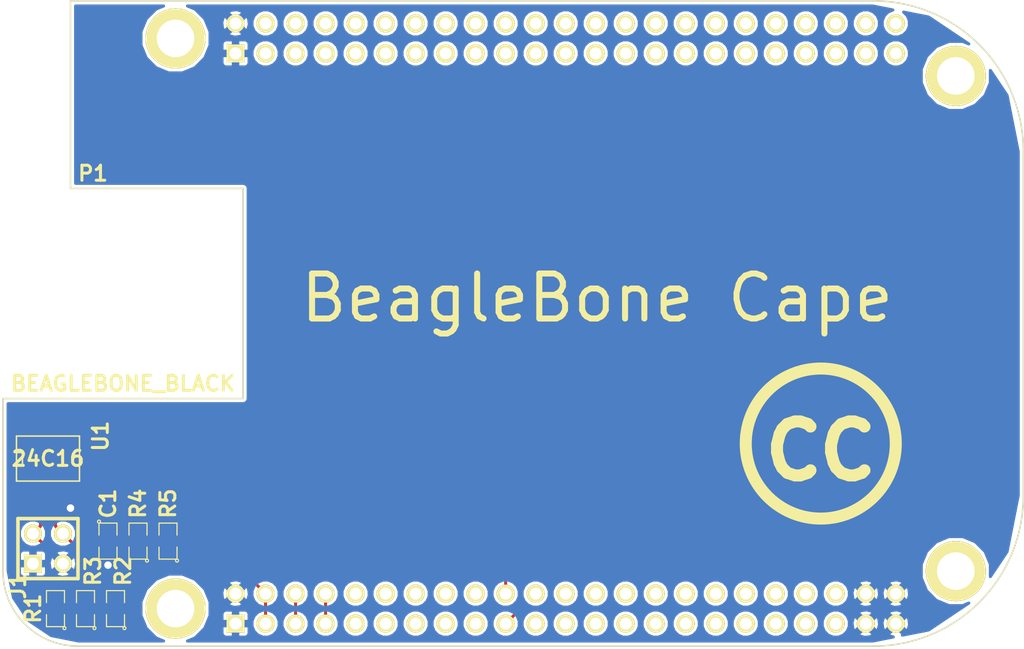
<source format=kicad_pcb>
(kicad_pcb (version 3) (host pcbnew "(2013-07-07 BZR 4022)-stable")

  (general
    (links 30)
    (no_connects 0)
    (area 94.947512 84.786399 183.183601 140.1786)
    (thickness 1.6)
    (drawings 14)
    (tracks 72)
    (zones 0)
    (modules 9)
    (nets 10)
  )

  (page A)
  (title_block 
    (title "BeagleBone Black Cape")
    (rev 1.0)
    (company "Vector Null")
  )

  (layers
    (15 F.Cu signal)
    (0 B.Cu signal)
    (16 B.Adhes user)
    (17 F.Adhes user)
    (18 B.Paste user)
    (19 F.Paste user)
    (20 B.SilkS user)
    (21 F.SilkS user)
    (22 B.Mask user)
    (23 F.Mask user)
    (24 Dwgs.User user)
    (25 Cmts.User user)
    (26 Eco1.User user)
    (27 Eco2.User user)
    (28 Edge.Cuts user)
  )

  (setup
    (last_trace_width 0.254)
    (trace_clearance 0.2286)
    (zone_clearance 0.254)
    (zone_45_only no)
    (trace_min 0.254)
    (segment_width 0.508)
    (edge_width 0.1)
    (via_size 0.889)
    (via_drill 0.635)
    (via_min_size 0.889)
    (via_min_drill 0.508)
    (uvia_size 0.508)
    (uvia_drill 0.127)
    (uvias_allowed no)
    (uvia_min_size 0.508)
    (uvia_min_drill 0.127)
    (pcb_text_width 0.3)
    (pcb_text_size 1.5 1.5)
    (mod_edge_width 0.15)
    (mod_text_size 1.27 1.27)
    (mod_text_width 0.254)
    (pad_size 1.524 1.524)
    (pad_drill 1.016)
    (pad_to_mask_clearance 0)
    (aux_axis_origin 0 0)
    (visible_elements 7FFFFFFF)
    (pcbplotparams
      (layerselection 3178497)
      (usegerberextensions true)
      (excludeedgelayer true)
      (linewidth 0.150000)
      (plotframeref false)
      (viasonmask false)
      (mode 1)
      (useauxorigin false)
      (hpglpennumber 1)
      (hpglpenspeed 20)
      (hpglpendiameter 15)
      (hpglpenoverlay 2)
      (psnegative false)
      (psa4output false)
      (plotreference true)
      (plotvalue true)
      (plotothertext true)
      (plotinvisibletext false)
      (padsonsilk false)
      (subtractmaskfromsilk false)
      (outputformat 1)
      (mirror false)
      (drillshape 1)
      (scaleselection 1)
      (outputdirectory ""))
  )

  (net 0 "")
  (net 1 /A0)
  (net 2 /A1)
  (net 3 /A2)
  (net 4 /DC_3.3V)
  (net 5 /I2C2_SCL)
  (net 6 /I2C2_SDA)
  (net 7 /SYS_5V)
  (net 8 /VDD_5V)
  (net 9 GND)

  (net_class Default "This is the default net class."
    (clearance 0.2286)
    (trace_width 0.254)
    (via_dia 0.889)
    (via_drill 0.635)
    (uvia_dia 0.508)
    (uvia_drill 0.127)
    (add_net "")
    (add_net /A0)
    (add_net /A1)
    (add_net /A2)
    (add_net /DC_3.3V)
    (add_net /I2C2_SCL)
    (add_net /I2C2_SDA)
    (add_net /SYS_5V)
    (add_net /VDD_5V)
    (add_net GND)
  )

  (module BEAGLEBONE_BLACK (layer F.Cu) (tedit 5350C2E4) (tstamp 5350D134)
    (at 96.52 139.7)
    (path /5350D632)
    (fp_text reference P1 (at 7.62 -40.005) (layer F.SilkS)
      (effects (font (size 1.27 1.27) (thickness 0.254)))
    )
    (fp_text value BEAGLEBONE_BLACK (at 10.16 -22.225) (layer F.SilkS)
      (effects (font (size 1.27 1.27) (thickness 0.254)))
    )
    (fp_line (start 6.35 0) (end 73.66 0) (layer F.SilkS) (width 0.15))
    (fp_line (start 86.36 -41.91) (end 86.36 -12.7) (layer F.SilkS) (width 0.15))
    (fp_line (start 0 -6.35) (end 0 -20.955) (layer F.SilkS) (width 0.15))
    (fp_line (start 5.715 -54.61) (end 73.66 -54.61) (layer F.SilkS) (width 0.15))
    (fp_arc (start 73.66 -41.91) (end 73.66 -54.61) (angle 90) (layer F.SilkS) (width 0.15))
    (fp_arc (start 73.66 -12.7) (end 86.36 -12.7) (angle 90) (layer F.SilkS) (width 0.15))
    (fp_arc (start 6.35 -6.35) (end 6.35 0) (angle 90) (layer F.SilkS) (width 0.15))
    (fp_line (start 0 -20.955) (end 20.32 -20.955) (layer F.SilkS) (width 0.15))
    (fp_line (start 20.32 -20.955) (end 20.32 -38.735) (layer F.SilkS) (width 0.15))
    (fp_line (start 20.32 -38.735) (end 5.715 -38.735) (layer F.SilkS) (width 0.15))
    (fp_line (start 5.715 -38.735) (end 5.715 -54.61) (layer F.SilkS) (width 0.15))
    (pad "" thru_hole circle (at 14.605 -3.175) (size 5.08 5.08) (drill 3.175)
      (layers *.Cu *.Mask F.SilkS)
    )
    (pad "" thru_hole circle (at 80.645 -6.35) (size 5.08 5.08) (drill 3.175)
      (layers *.Cu *.Mask F.SilkS)
    )
    (pad "" thru_hole circle (at 80.645 -48.26) (size 5.08 5.08) (drill 3.175)
      (layers *.Cu *.Mask F.SilkS)
    )
    (pad "" thru_hole circle (at 14.605 -51.435) (size 5.08 5.08) (drill 3.175)
      (layers *.Cu *.Mask F.SilkS)
    )
    (pad A1 thru_hole rect (at 19.685 -50.165) (size 1.524 1.524) (drill 1.016)
      (layers *.Cu *.Mask F.SilkS)
      (net 9 GND)
    )
    (pad A2 thru_hole circle (at 19.685 -52.705) (size 1.524 1.524) (drill 1.016)
      (layers *.Cu *.Mask F.SilkS)
      (net 9 GND)
    )
    (pad A3 thru_hole circle (at 22.225 -50.165) (size 1.524 1.524) (drill 1.016)
      (layers *.Cu *.Mask F.SilkS)
    )
    (pad A4 thru_hole circle (at 22.225 -52.705) (size 1.524 1.524) (drill 1.016)
      (layers *.Cu *.Mask F.SilkS)
    )
    (pad A5 thru_hole circle (at 24.765 -50.165) (size 1.524 1.524) (drill 1.016)
      (layers *.Cu *.Mask F.SilkS)
    )
    (pad A6 thru_hole circle (at 24.765 -52.705) (size 1.524 1.524) (drill 1.016)
      (layers *.Cu *.Mask F.SilkS)
    )
    (pad A7 thru_hole circle (at 27.305 -50.165) (size 1.524 1.524) (drill 1.016)
      (layers *.Cu *.Mask F.SilkS)
    )
    (pad A8 thru_hole circle (at 27.305 -52.705) (size 1.524 1.524) (drill 1.016)
      (layers *.Cu *.Mask F.SilkS)
    )
    (pad A9 thru_hole circle (at 29.845 -50.165) (size 1.524 1.524) (drill 1.016)
      (layers *.Cu *.Mask F.SilkS)
    )
    (pad A10 thru_hole circle (at 29.845 -52.705) (size 1.524 1.524) (drill 1.016)
      (layers *.Cu *.Mask F.SilkS)
    )
    (pad A11 thru_hole circle (at 32.385 -50.165) (size 1.524 1.524) (drill 1.016)
      (layers *.Cu *.Mask F.SilkS)
    )
    (pad A12 thru_hole circle (at 32.385 -52.705) (size 1.524 1.524) (drill 1.016)
      (layers *.Cu *.Mask F.SilkS)
    )
    (pad A13 thru_hole circle (at 34.925 -50.165) (size 1.524 1.524) (drill 1.016)
      (layers *.Cu *.Mask F.SilkS)
    )
    (pad A14 thru_hole circle (at 34.925 -52.705) (size 1.524 1.524) (drill 1.016)
      (layers *.Cu *.Mask F.SilkS)
    )
    (pad A15 thru_hole circle (at 37.465 -50.165) (size 1.524 1.524) (drill 1.016)
      (layers *.Cu *.Mask F.SilkS)
    )
    (pad A16 thru_hole circle (at 37.465 -52.705) (size 1.524 1.524) (drill 1.016)
      (layers *.Cu *.Mask F.SilkS)
    )
    (pad A17 thru_hole circle (at 40.005 -50.165) (size 1.524 1.524) (drill 1.016)
      (layers *.Cu *.Mask F.SilkS)
    )
    (pad A18 thru_hole circle (at 40.005 -52.705) (size 1.524 1.524) (drill 1.016)
      (layers *.Cu *.Mask F.SilkS)
    )
    (pad A19 thru_hole circle (at 42.545 -50.165) (size 1.524 1.524) (drill 1.016)
      (layers *.Cu *.Mask F.SilkS)
    )
    (pad A20 thru_hole circle (at 42.545 -52.705) (size 1.524 1.524) (drill 1.016)
      (layers *.Cu *.Mask F.SilkS)
    )
    (pad A21 thru_hole circle (at 45.085 -50.165) (size 1.524 1.524) (drill 1.016)
      (layers *.Cu *.Mask F.SilkS)
    )
    (pad A22 thru_hole circle (at 45.085 -52.705) (size 1.524 1.524) (drill 1.016)
      (layers *.Cu *.Mask F.SilkS)
    )
    (pad A23 thru_hole circle (at 47.625 -50.165) (size 1.524 1.524) (drill 1.016)
      (layers *.Cu *.Mask F.SilkS)
    )
    (pad A24 thru_hole circle (at 47.625 -52.705) (size 1.524 1.524) (drill 1.016)
      (layers *.Cu *.Mask F.SilkS)
    )
    (pad A25 thru_hole circle (at 50.165 -50.165) (size 1.524 1.524) (drill 1.016)
      (layers *.Cu *.Mask F.SilkS)
    )
    (pad A26 thru_hole circle (at 50.165 -52.705) (size 1.524 1.524) (drill 1.016)
      (layers *.Cu *.Mask F.SilkS)
    )
    (pad A27 thru_hole circle (at 52.705 -50.165) (size 1.524 1.524) (drill 1.016)
      (layers *.Cu *.Mask F.SilkS)
    )
    (pad A28 thru_hole circle (at 52.705 -52.705) (size 1.524 1.524) (drill 1.016)
      (layers *.Cu *.Mask F.SilkS)
    )
    (pad A29 thru_hole circle (at 55.245 -50.165) (size 1.524 1.524) (drill 1.016)
      (layers *.Cu *.Mask F.SilkS)
    )
    (pad A30 thru_hole circle (at 55.245 -52.705) (size 1.524 1.524) (drill 1.016)
      (layers *.Cu *.Mask F.SilkS)
    )
    (pad A31 thru_hole circle (at 57.785 -50.165) (size 1.524 1.524) (drill 1.016)
      (layers *.Cu *.Mask F.SilkS)
    )
    (pad A32 thru_hole circle (at 57.785 -52.705) (size 1.524 1.524) (drill 1.016)
      (layers *.Cu *.Mask F.SilkS)
    )
    (pad A33 thru_hole circle (at 60.325 -50.165) (size 1.524 1.524) (drill 1.016)
      (layers *.Cu *.Mask F.SilkS)
    )
    (pad A34 thru_hole circle (at 60.325 -52.705) (size 1.524 1.524) (drill 1.016)
      (layers *.Cu *.Mask F.SilkS)
    )
    (pad A35 thru_hole circle (at 62.865 -50.165) (size 1.524 1.524) (drill 1.016)
      (layers *.Cu *.Mask F.SilkS)
    )
    (pad A36 thru_hole circle (at 62.865 -52.705) (size 1.524 1.524) (drill 1.016)
      (layers *.Cu *.Mask F.SilkS)
    )
    (pad A37 thru_hole circle (at 65.405 -50.165) (size 1.524 1.524) (drill 1.016)
      (layers *.Cu *.Mask F.SilkS)
    )
    (pad A38 thru_hole circle (at 65.405 -52.705) (size 1.524 1.524) (drill 1.016)
      (layers *.Cu *.Mask F.SilkS)
    )
    (pad A39 thru_hole circle (at 67.945 -50.165) (size 1.524 1.524) (drill 1.016)
      (layers *.Cu *.Mask F.SilkS)
    )
    (pad A40 thru_hole circle (at 67.945 -52.705) (size 1.524 1.524) (drill 1.016)
      (layers *.Cu *.Mask F.SilkS)
    )
    (pad A41 thru_hole circle (at 70.485 -50.165) (size 1.524 1.524) (drill 1.016)
      (layers *.Cu *.Mask F.SilkS)
    )
    (pad A42 thru_hole circle (at 70.485 -52.705) (size 1.524 1.524) (drill 1.016)
      (layers *.Cu *.Mask F.SilkS)
    )
    (pad A43 thru_hole circle (at 73.025 -50.165) (size 1.524 1.524) (drill 1.016)
      (layers *.Cu *.Mask F.SilkS)
    )
    (pad A44 thru_hole circle (at 73.025 -52.705) (size 1.524 1.524) (drill 1.016)
      (layers *.Cu *.Mask F.SilkS)
    )
    (pad A45 thru_hole circle (at 75.565 -50.165) (size 1.524 1.524) (drill 1.016)
      (layers *.Cu *.Mask F.SilkS)
    )
    (pad A46 thru_hole circle (at 75.565 -52.705) (size 1.524 1.524) (drill 1.016)
      (layers *.Cu *.Mask F.SilkS)
    )
    (pad B2 thru_hole circle (at 19.685 -4.445) (size 1.524 1.524) (drill 1.016)
      (layers *.Cu *.Mask F.SilkS)
      (net 9 GND)
    )
    (pad B3 thru_hole circle (at 22.225 -1.905) (size 1.524 1.524) (drill 1.016)
      (layers *.Cu *.Mask F.SilkS)
      (net 4 /DC_3.3V)
    )
    (pad B4 thru_hole circle (at 22.225 -4.445) (size 1.524 1.524) (drill 1.016)
      (layers *.Cu *.Mask F.SilkS)
      (net 4 /DC_3.3V)
    )
    (pad B5 thru_hole circle (at 24.765 -1.905) (size 1.524 1.524) (drill 1.016)
      (layers *.Cu *.Mask F.SilkS)
      (net 8 /VDD_5V)
    )
    (pad B6 thru_hole circle (at 24.765 -4.445) (size 1.524 1.524) (drill 1.016)
      (layers *.Cu *.Mask F.SilkS)
      (net 8 /VDD_5V)
    )
    (pad B7 thru_hole circle (at 27.305 -1.905) (size 1.524 1.524) (drill 1.016)
      (layers *.Cu *.Mask F.SilkS)
      (net 7 /SYS_5V)
    )
    (pad B8 thru_hole circle (at 27.305 -4.445) (size 1.524 1.524) (drill 1.016)
      (layers *.Cu *.Mask F.SilkS)
      (net 7 /SYS_5V)
    )
    (pad B9 thru_hole circle (at 29.845 -1.905) (size 1.524 1.524) (drill 1.016)
      (layers *.Cu *.Mask F.SilkS)
    )
    (pad B10 thru_hole circle (at 29.845 -4.445) (size 1.524 1.524) (drill 1.016)
      (layers *.Cu *.Mask F.SilkS)
    )
    (pad B11 thru_hole circle (at 32.385 -1.905) (size 1.524 1.524) (drill 1.016)
      (layers *.Cu *.Mask F.SilkS)
    )
    (pad B12 thru_hole circle (at 32.385 -4.445) (size 1.524 1.524) (drill 1.016)
      (layers *.Cu *.Mask F.SilkS)
    )
    (pad B13 thru_hole circle (at 34.925 -1.905) (size 1.524 1.524) (drill 1.016)
      (layers *.Cu *.Mask F.SilkS)
    )
    (pad B14 thru_hole circle (at 34.925 -4.445) (size 1.524 1.524) (drill 1.016)
      (layers *.Cu *.Mask F.SilkS)
    )
    (pad B15 thru_hole circle (at 37.465 -1.905) (size 1.524 1.524) (drill 1.016)
      (layers *.Cu *.Mask F.SilkS)
    )
    (pad B16 thru_hole circle (at 37.465 -4.445) (size 1.524 1.524) (drill 1.016)
      (layers *.Cu *.Mask F.SilkS)
    )
    (pad B17 thru_hole circle (at 40.005 -1.905) (size 1.524 1.524) (drill 1.016)
      (layers *.Cu *.Mask F.SilkS)
    )
    (pad B18 thru_hole circle (at 40.005 -4.445) (size 1.524 1.524) (drill 1.016)
      (layers *.Cu *.Mask F.SilkS)
    )
    (pad B19 thru_hole circle (at 42.545 -1.905) (size 1.524 1.524) (drill 1.016)
      (layers *.Cu *.Mask F.SilkS)
      (net 5 /I2C2_SCL)
    )
    (pad B20 thru_hole circle (at 42.545 -4.445) (size 1.524 1.524) (drill 1.016)
      (layers *.Cu *.Mask F.SilkS)
      (net 6 /I2C2_SDA)
    )
    (pad B21 thru_hole circle (at 45.085 -1.905) (size 1.524 1.524) (drill 1.016)
      (layers *.Cu *.Mask F.SilkS)
    )
    (pad B22 thru_hole circle (at 45.085 -4.445) (size 1.524 1.524) (drill 1.016)
      (layers *.Cu *.Mask F.SilkS)
    )
    (pad B23 thru_hole circle (at 47.625 -1.905) (size 1.524 1.524) (drill 1.016)
      (layers *.Cu *.Mask F.SilkS)
    )
    (pad B24 thru_hole circle (at 47.625 -4.445) (size 1.524 1.524) (drill 1.016)
      (layers *.Cu *.Mask F.SilkS)
    )
    (pad B25 thru_hole circle (at 50.165 -1.905) (size 1.524 1.524) (drill 1.016)
      (layers *.Cu *.Mask F.SilkS)
    )
    (pad B26 thru_hole circle (at 50.165 -4.445) (size 1.524 1.524) (drill 1.016)
      (layers *.Cu *.Mask F.SilkS)
    )
    (pad B27 thru_hole circle (at 52.705 -1.905) (size 1.524 1.524) (drill 1.016)
      (layers *.Cu *.Mask F.SilkS)
    )
    (pad B28 thru_hole circle (at 52.705 -4.445) (size 1.524 1.524) (drill 1.016)
      (layers *.Cu *.Mask F.SilkS)
    )
    (pad B29 thru_hole circle (at 55.245 -1.905) (size 1.524 1.524) (drill 1.016)
      (layers *.Cu *.Mask F.SilkS)
    )
    (pad B30 thru_hole circle (at 55.245 -4.445) (size 1.524 1.524) (drill 1.016)
      (layers *.Cu *.Mask F.SilkS)
    )
    (pad B31 thru_hole circle (at 57.785 -1.905) (size 1.524 1.524) (drill 1.016)
      (layers *.Cu *.Mask F.SilkS)
    )
    (pad B32 thru_hole circle (at 57.785 -4.445) (size 1.524 1.524) (drill 1.016)
      (layers *.Cu *.Mask F.SilkS)
    )
    (pad B33 thru_hole circle (at 60.325 -1.905) (size 1.524 1.524) (drill 1.016)
      (layers *.Cu *.Mask F.SilkS)
    )
    (pad B34 thru_hole circle (at 60.325 -4.445) (size 1.524 1.524) (drill 1.016)
      (layers *.Cu *.Mask F.SilkS)
    )
    (pad B35 thru_hole circle (at 62.865 -1.905) (size 1.524 1.524) (drill 1.016)
      (layers *.Cu *.Mask F.SilkS)
    )
    (pad B36 thru_hole circle (at 62.865 -4.445) (size 1.524 1.524) (drill 1.016)
      (layers *.Cu *.Mask F.SilkS)
    )
    (pad B37 thru_hole circle (at 65.405 -1.905) (size 1.524 1.524) (drill 1.016)
      (layers *.Cu *.Mask F.SilkS)
    )
    (pad B38 thru_hole circle (at 65.405 -4.445) (size 1.524 1.524) (drill 1.016)
      (layers *.Cu *.Mask F.SilkS)
    )
    (pad B39 thru_hole circle (at 67.945 -1.905) (size 1.524 1.524) (drill 1.016)
      (layers *.Cu *.Mask F.SilkS)
    )
    (pad B40 thru_hole circle (at 67.945 -4.445) (size 1.524 1.524) (drill 1.016)
      (layers *.Cu *.Mask F.SilkS)
    )
    (pad B41 thru_hole circle (at 70.485 -1.905) (size 1.524 1.524) (drill 1.016)
      (layers *.Cu *.Mask F.SilkS)
    )
    (pad B42 thru_hole circle (at 70.485 -4.445) (size 1.524 1.524) (drill 1.016)
      (layers *.Cu *.Mask F.SilkS)
    )
    (pad B43 thru_hole circle (at 73.025 -1.905) (size 1.524 1.524) (drill 1.016)
      (layers *.Cu *.Mask F.SilkS)
      (net 9 GND)
    )
    (pad B44 thru_hole circle (at 73.025 -4.445) (size 1.524 1.524) (drill 1.016)
      (layers *.Cu *.Mask F.SilkS)
      (net 9 GND)
    )
    (pad B45 thru_hole circle (at 75.565 -1.905) (size 1.524 1.524) (drill 1.016)
      (layers *.Cu *.Mask F.SilkS)
      (net 9 GND)
    )
    (pad B46 thru_hole circle (at 75.565 -4.445) (size 1.524 1.524) (drill 1.016)
      (layers *.Cu *.Mask F.SilkS)
      (net 9 GND)
    )
    (pad B1 thru_hole rect (at 19.685 -1.905) (size 1.524 1.524) (drill 1.016)
      (layers *.Cu *.Mask F.SilkS)
      (net 9 GND)
    )
  )

  (module SO8E (layer F.Cu) (tedit 5350C328) (tstamp 5350D06B)
    (at 100.33 123.825)
    (descr "module CMS SOJ 8 pins etroit")
    (tags "CMS SOJ")
    (path /534A29B4)
    (attr smd)
    (fp_text reference U1 (at 4.445 -1.905 90) (layer F.SilkS)
      (effects (font (size 1.27 1.27) (thickness 0.254)))
    )
    (fp_text value 24C16 (at 0 0) (layer F.SilkS)
      (effects (font (size 1.27 1.27) (thickness 0.254)))
    )
    (fp_line (start -2.667 1.778) (end -2.667 1.905) (layer F.SilkS) (width 0.127))
    (fp_line (start -2.667 1.905) (end 2.667 1.905) (layer F.SilkS) (width 0.127))
    (fp_line (start 2.667 -1.905) (end -2.667 -1.905) (layer F.SilkS) (width 0.127))
    (fp_line (start -2.667 -1.905) (end -2.667 1.778) (layer F.SilkS) (width 0.127))
    (fp_line (start -2.667 -0.508) (end -2.159 -0.508) (layer F.SilkS) (width 0.127))
    (fp_line (start -2.159 -0.508) (end -2.159 0.508) (layer F.SilkS) (width 0.127))
    (fp_line (start -2.159 0.508) (end -2.667 0.508) (layer F.SilkS) (width 0.127))
    (fp_line (start 2.667 -1.905) (end 2.667 1.905) (layer F.SilkS) (width 0.127))
    (pad 8 smd rect (at -1.905 -2.667) (size 0.59944 1.39954)
      (layers F.Cu F.Paste F.Mask)
      (net 4 /DC_3.3V)
    )
    (pad 1 smd rect (at -1.905 2.667) (size 0.59944 1.39954)
      (layers F.Cu F.Paste F.Mask)
      (net 1 /A0)
    )
    (pad 7 smd rect (at -0.635 -2.667) (size 0.59944 1.39954)
      (layers F.Cu F.Paste F.Mask)
    )
    (pad 6 smd rect (at 0.635 -2.667) (size 0.59944 1.39954)
      (layers F.Cu F.Paste F.Mask)
      (net 5 /I2C2_SCL)
    )
    (pad 5 smd rect (at 1.905 -2.667) (size 0.59944 1.39954)
      (layers F.Cu F.Paste F.Mask)
      (net 6 /I2C2_SDA)
    )
    (pad 2 smd rect (at -0.635 2.667) (size 0.59944 1.39954)
      (layers F.Cu F.Paste F.Mask)
      (net 2 /A1)
    )
    (pad 3 smd rect (at 0.635 2.667) (size 0.59944 1.39954)
      (layers F.Cu F.Paste F.Mask)
      (net 3 /A2)
    )
    (pad 4 smd rect (at 1.905 2.667) (size 0.59944 1.39954)
      (layers F.Cu F.Paste F.Mask)
      (net 9 GND)
    )
    (model smd/cms_so8.wrl
      (at (xyz 0 0 0))
      (scale (xyz 0.5 0.32 0.5))
      (rotate (xyz 0 0 0))
    )
  )

  (module SM0805 (layer F.Cu) (tedit 5350C375) (tstamp 5350D078)
    (at 103.505 136.525 90)
    (path /534A2A1B)
    (attr smd)
    (fp_text reference R3 (at 3.175 0.635 90) (layer F.SilkS)
      (effects (font (size 1.27 1.27) (thickness 0.254)))
    )
    (fp_text value 4.7k (at 0 0.381 90) (layer F.SilkS) hide
      (effects (font (size 1.27 1.27) (thickness 0.254)))
    )
    (fp_circle (center -1.651 0.762) (end -1.651 0.635) (layer F.SilkS) (width 0.09906))
    (fp_line (start -0.508 0.762) (end -1.524 0.762) (layer F.SilkS) (width 0.09906))
    (fp_line (start -1.524 0.762) (end -1.524 -0.762) (layer F.SilkS) (width 0.09906))
    (fp_line (start -1.524 -0.762) (end -0.508 -0.762) (layer F.SilkS) (width 0.09906))
    (fp_line (start 0.508 -0.762) (end 1.524 -0.762) (layer F.SilkS) (width 0.09906))
    (fp_line (start 1.524 -0.762) (end 1.524 0.762) (layer F.SilkS) (width 0.09906))
    (fp_line (start 1.524 0.762) (end 0.508 0.762) (layer F.SilkS) (width 0.09906))
    (pad 1 smd rect (at -0.9525 0 90) (size 0.889 1.397)
      (layers F.Cu F.Paste F.Mask)
      (net 4 /DC_3.3V)
    )
    (pad 2 smd rect (at 0.9525 0 90) (size 0.889 1.397)
      (layers F.Cu F.Paste F.Mask)
      (net 1 /A0)
    )
    (model smd/chip_cms.wrl
      (at (xyz 0 0 0))
      (scale (xyz 0.1 0.1 0.1))
      (rotate (xyz 0 0 0))
    )
  )

  (module SM0805 (layer F.Cu) (tedit 5350C378) (tstamp 5350D085)
    (at 106.045 136.525 90)
    (path /534A2A28)
    (attr smd)
    (fp_text reference R2 (at 3.175 0.635 90) (layer F.SilkS)
      (effects (font (size 1.27 1.27) (thickness 0.254)))
    )
    (fp_text value 4.7k (at 0 0.381 90) (layer F.SilkS) hide
      (effects (font (size 1.27 1.27) (thickness 0.254)))
    )
    (fp_circle (center -1.651 0.762) (end -1.651 0.635) (layer F.SilkS) (width 0.09906))
    (fp_line (start -0.508 0.762) (end -1.524 0.762) (layer F.SilkS) (width 0.09906))
    (fp_line (start -1.524 0.762) (end -1.524 -0.762) (layer F.SilkS) (width 0.09906))
    (fp_line (start -1.524 -0.762) (end -0.508 -0.762) (layer F.SilkS) (width 0.09906))
    (fp_line (start 0.508 -0.762) (end 1.524 -0.762) (layer F.SilkS) (width 0.09906))
    (fp_line (start 1.524 -0.762) (end 1.524 0.762) (layer F.SilkS) (width 0.09906))
    (fp_line (start 1.524 0.762) (end 0.508 0.762) (layer F.SilkS) (width 0.09906))
    (pad 1 smd rect (at -0.9525 0 90) (size 0.889 1.397)
      (layers F.Cu F.Paste F.Mask)
      (net 4 /DC_3.3V)
    )
    (pad 2 smd rect (at 0.9525 0 90) (size 0.889 1.397)
      (layers F.Cu F.Paste F.Mask)
      (net 3 /A2)
    )
    (model smd/chip_cms.wrl
      (at (xyz 0 0 0))
      (scale (xyz 0.1 0.1 0.1))
      (rotate (xyz 0 0 0))
    )
  )

  (module SM0805 (layer F.Cu) (tedit 5350C371) (tstamp 5350D092)
    (at 100.965 136.525 90)
    (path /534A2A2E)
    (attr smd)
    (fp_text reference R1 (at 0 -1.905 90) (layer F.SilkS)
      (effects (font (size 1.27 1.27) (thickness 0.254)))
    )
    (fp_text value 4.7k (at 0 0.381 90) (layer F.SilkS) hide
      (effects (font (size 1.27 1.27) (thickness 0.254)))
    )
    (fp_circle (center -1.651 0.762) (end -1.651 0.635) (layer F.SilkS) (width 0.09906))
    (fp_line (start -0.508 0.762) (end -1.524 0.762) (layer F.SilkS) (width 0.09906))
    (fp_line (start -1.524 0.762) (end -1.524 -0.762) (layer F.SilkS) (width 0.09906))
    (fp_line (start -1.524 -0.762) (end -0.508 -0.762) (layer F.SilkS) (width 0.09906))
    (fp_line (start 0.508 -0.762) (end 1.524 -0.762) (layer F.SilkS) (width 0.09906))
    (fp_line (start 1.524 -0.762) (end 1.524 0.762) (layer F.SilkS) (width 0.09906))
    (fp_line (start 1.524 0.762) (end 0.508 0.762) (layer F.SilkS) (width 0.09906))
    (pad 1 smd rect (at -0.9525 0 90) (size 0.889 1.397)
      (layers F.Cu F.Paste F.Mask)
      (net 4 /DC_3.3V)
    )
    (pad 2 smd rect (at 0.9525 0 90) (size 0.889 1.397)
      (layers F.Cu F.Paste F.Mask)
      (net 2 /A1)
    )
    (model smd/chip_cms.wrl
      (at (xyz 0 0 0))
      (scale (xyz 0.1 0.1 0.1))
      (rotate (xyz 0 0 0))
    )
  )

  (module SM0805 (layer F.Cu) (tedit 5350C341) (tstamp 5350D09F)
    (at 107.95 130.81 90)
    (path /534A2A34)
    (attr smd)
    (fp_text reference R4 (at 3.175 0 90) (layer F.SilkS)
      (effects (font (size 1.27 1.27) (thickness 0.254)))
    )
    (fp_text value 1.5k (at 0 0.381 90) (layer F.SilkS) hide
      (effects (font (size 1.27 1.27) (thickness 0.254)))
    )
    (fp_circle (center -1.651 0.762) (end -1.651 0.635) (layer F.SilkS) (width 0.09906))
    (fp_line (start -0.508 0.762) (end -1.524 0.762) (layer F.SilkS) (width 0.09906))
    (fp_line (start -1.524 0.762) (end -1.524 -0.762) (layer F.SilkS) (width 0.09906))
    (fp_line (start -1.524 -0.762) (end -0.508 -0.762) (layer F.SilkS) (width 0.09906))
    (fp_line (start 0.508 -0.762) (end 1.524 -0.762) (layer F.SilkS) (width 0.09906))
    (fp_line (start 1.524 -0.762) (end 1.524 0.762) (layer F.SilkS) (width 0.09906))
    (fp_line (start 1.524 0.762) (end 0.508 0.762) (layer F.SilkS) (width 0.09906))
    (pad 1 smd rect (at -0.9525 0 90) (size 0.889 1.397)
      (layers F.Cu F.Paste F.Mask)
      (net 4 /DC_3.3V)
    )
    (pad 2 smd rect (at 0.9525 0 90) (size 0.889 1.397)
      (layers F.Cu F.Paste F.Mask)
      (net 5 /I2C2_SCL)
    )
    (model smd/chip_cms.wrl
      (at (xyz 0 0 0))
      (scale (xyz 0.1 0.1 0.1))
      (rotate (xyz 0 0 0))
    )
  )

  (module SM0805 (layer F.Cu) (tedit 5350C33D) (tstamp 5350D0AC)
    (at 110.49 130.81 90)
    (path /534A2A3A)
    (attr smd)
    (fp_text reference R5 (at 3.175 0 90) (layer F.SilkS)
      (effects (font (size 1.27 1.27) (thickness 0.254)))
    )
    (fp_text value 1.5k (at 0 0.381 90) (layer F.SilkS) hide
      (effects (font (size 1.27 1.27) (thickness 0.254)))
    )
    (fp_circle (center -1.651 0.762) (end -1.651 0.635) (layer F.SilkS) (width 0.09906))
    (fp_line (start -0.508 0.762) (end -1.524 0.762) (layer F.SilkS) (width 0.09906))
    (fp_line (start -1.524 0.762) (end -1.524 -0.762) (layer F.SilkS) (width 0.09906))
    (fp_line (start -1.524 -0.762) (end -0.508 -0.762) (layer F.SilkS) (width 0.09906))
    (fp_line (start 0.508 -0.762) (end 1.524 -0.762) (layer F.SilkS) (width 0.09906))
    (fp_line (start 1.524 -0.762) (end 1.524 0.762) (layer F.SilkS) (width 0.09906))
    (fp_line (start 1.524 0.762) (end 0.508 0.762) (layer F.SilkS) (width 0.09906))
    (pad 1 smd rect (at -0.9525 0 90) (size 0.889 1.397)
      (layers F.Cu F.Paste F.Mask)
      (net 4 /DC_3.3V)
    )
    (pad 2 smd rect (at 0.9525 0 90) (size 0.889 1.397)
      (layers F.Cu F.Paste F.Mask)
      (net 6 /I2C2_SDA)
    )
    (model smd/chip_cms.wrl
      (at (xyz 0 0 0))
      (scale (xyz 0.1 0.1 0.1))
      (rotate (xyz 0 0 0))
    )
  )

  (module SM0805 (layer F.Cu) (tedit 5350C345) (tstamp 5350D0B9)
    (at 105.41 130.81 270)
    (path /534A2AC4)
    (attr smd)
    (fp_text reference C1 (at -3.175 0 270) (layer F.SilkS)
      (effects (font (size 1.27 1.27) (thickness 0.254)))
    )
    (fp_text value 0.1u (at 0 0.381 270) (layer F.SilkS) hide
      (effects (font (size 1.27 1.27) (thickness 0.254)))
    )
    (fp_circle (center -1.651 0.762) (end -1.651 0.635) (layer F.SilkS) (width 0.09906))
    (fp_line (start -0.508 0.762) (end -1.524 0.762) (layer F.SilkS) (width 0.09906))
    (fp_line (start -1.524 0.762) (end -1.524 -0.762) (layer F.SilkS) (width 0.09906))
    (fp_line (start -1.524 -0.762) (end -0.508 -0.762) (layer F.SilkS) (width 0.09906))
    (fp_line (start 0.508 -0.762) (end 1.524 -0.762) (layer F.SilkS) (width 0.09906))
    (fp_line (start 1.524 -0.762) (end 1.524 0.762) (layer F.SilkS) (width 0.09906))
    (fp_line (start 1.524 0.762) (end 0.508 0.762) (layer F.SilkS) (width 0.09906))
    (pad 1 smd rect (at -0.9525 0 270) (size 0.889 1.397)
      (layers F.Cu F.Paste F.Mask)
      (net 4 /DC_3.3V)
    )
    (pad 2 smd rect (at 0.9525 0 270) (size 0.889 1.397)
      (layers F.Cu F.Paste F.Mask)
      (net 9 GND)
    )
    (model smd/chip_cms.wrl
      (at (xyz 0 0 0))
      (scale (xyz 0.1 0.1 0.1))
      (rotate (xyz 0 0 0))
    )
  )

  (module PIN_ARRAY_2X2 (layer F.Cu) (tedit 5350C369) (tstamp 5350D0C5)
    (at 100.33 131.445)
    (descr "Double rangee de contacts 2 x 2 pins")
    (tags CONN)
    (path /5350DC5E)
    (fp_text reference J1 (at -2.54 3.175 90) (layer F.SilkS)
      (effects (font (size 1.27 1.27) (thickness 0.254)))
    )
    (fp_text value CONN_2X2 (at 0 0) (layer F.SilkS) hide
      (effects (font (size 1.27 1.27) (thickness 0.254)))
    )
    (fp_line (start -2.54 -2.54) (end 2.54 -2.54) (layer F.SilkS) (width 0.3048))
    (fp_line (start 2.54 -2.54) (end 2.54 2.54) (layer F.SilkS) (width 0.3048))
    (fp_line (start 2.54 2.54) (end -2.54 2.54) (layer F.SilkS) (width 0.3048))
    (fp_line (start -2.54 2.54) (end -2.54 -2.54) (layer F.SilkS) (width 0.3048))
    (pad 1 thru_hole rect (at -1.27 1.27) (size 1.524 1.524) (drill 1.016)
      (layers *.Cu *.Mask F.SilkS)
      (net 9 GND)
    )
    (pad 2 thru_hole circle (at -1.27 -1.27) (size 1.524 1.524) (drill 1.016)
      (layers *.Cu *.Mask F.SilkS)
      (net 2 /A1)
    )
    (pad 3 thru_hole circle (at 1.27 1.27) (size 1.524 1.524) (drill 1.016)
      (layers *.Cu *.Mask F.SilkS)
      (net 9 GND)
    )
    (pad 4 thru_hole circle (at 1.27 -1.27) (size 1.524 1.524) (drill 1.016)
      (layers *.Cu *.Mask F.SilkS)
      (net 3 /A2)
    )
    (model pin_array/pins_array_2x2.wrl
      (at (xyz 0 0 0))
      (scale (xyz 1 1 1))
      (rotate (xyz 0 0 0))
    )
  )

  (gr_text CC (at 165.735 123.19) (layer F.SilkS)
    (effects (font (size 4.572 4.572) (thickness 1.016)))
  )
  (gr_circle (center 165.735 122.555) (end 172.085 122.555) (layer F.SilkS) (width 1.016))
  (gr_text "BeagleBone Cape" (at 146.812 110.236) (layer F.SilkS)
    (effects (font (size 3.81 3.81) (thickness 0.508)))
  )
  (gr_line (start 116.84 118.745) (end 116.84 100.965) (angle 90) (layer Edge.Cuts) (width 0.1))
  (gr_line (start 96.52 118.745) (end 116.84 118.745) (angle 90) (layer Edge.Cuts) (width 0.1))
  (gr_line (start 96.52 133.35) (end 96.52 118.745) (angle 90) (layer Edge.Cuts) (width 0.1))
  (gr_line (start 102.87 139.7) (end 170.18 139.7) (angle 90) (layer Edge.Cuts) (width 0.1))
  (gr_arc (start 102.87 133.35) (end 102.87 139.7) (angle 90) (layer Edge.Cuts) (width 0.1))
  (gr_line (start 182.88 97.79) (end 182.88 127) (angle 90) (layer Edge.Cuts) (width 0.1))
  (gr_arc (start 170.18 127) (end 182.88 127) (angle 90) (layer Edge.Cuts) (width 0.1))
  (gr_arc (start 170.18 97.79) (end 170.18 85.09) (angle 90) (layer Edge.Cuts) (width 0.1))
  (gr_line (start 102.235 85.09) (end 170.18 85.09) (angle 90) (layer Edge.Cuts) (width 0.1))
  (gr_line (start 102.235 100.965) (end 102.235 85.09) (angle 90) (layer Edge.Cuts) (width 0.1))
  (gr_line (start 116.84 100.965) (end 102.235 100.965) (angle 90) (layer Edge.Cuts) (width 0.1))

  (segment (start 98.425 126.492) (end 98.425 128.016) (width 0.254) (layer F.Cu) (net 1) (status 10))
  (segment (start 102.5525 136.525) (end 103.505 135.5725) (width 0.254) (layer F.Cu) (net 1) (tstamp 5350D568) (status 20))
  (segment (start 99.314 136.525) (end 102.5525 136.525) (width 0.254) (layer F.Cu) (net 1) (tstamp 5350D566))
  (segment (start 97.663 134.874) (end 99.314 136.525) (width 0.254) (layer F.Cu) (net 1) (tstamp 5350D564))
  (segment (start 97.663 128.778) (end 97.663 134.874) (width 0.254) (layer F.Cu) (net 1) (tstamp 5350D563))
  (segment (start 98.425 128.016) (end 97.663 128.778) (width 0.254) (layer F.Cu) (net 1) (tstamp 5350D562))
  (segment (start 99.06 130.175) (end 100.33 131.445) (width 0.254) (layer F.Cu) (net 2) (status 10))
  (segment (start 100.965 134.493) (end 100.965 135.5725) (width 0.254) (layer F.Cu) (net 2) (tstamp 5350D55A) (status 20))
  (segment (start 100.33 133.858) (end 100.965 134.493) (width 0.254) (layer F.Cu) (net 2) (tstamp 5350D559))
  (segment (start 100.33 131.445) (end 100.33 133.858) (width 0.254) (layer F.Cu) (net 2) (tstamp 5350D558))
  (segment (start 99.695 126.492) (end 99.695 129.54) (width 0.254) (layer F.Cu) (net 2) (status 10))
  (segment (start 99.695 129.54) (end 99.06 130.175) (width 0.254) (layer F.Cu) (net 2) (tstamp 5350D542) (status 20))
  (segment (start 106.045 134.62) (end 106.045 135.5725) (width 0.254) (layer F.Cu) (net 3) (tstamp 5350D55F) (status 20))
  (segment (start 101.6 130.175) (end 106.045 134.62) (width 0.254) (layer F.Cu) (net 3) (tstamp 5350D55E) (status 10))
  (segment (start 100.965 126.492) (end 100.965 129.54) (width 0.254) (layer F.Cu) (net 3) (status 10))
  (segment (start 100.965 129.54) (end 101.6 130.175) (width 0.254) (layer F.Cu) (net 3) (tstamp 5350D53F) (status 20))
  (segment (start 118.745 135.255) (end 118.745 137.795) (width 0.254) (layer F.Cu) (net 4))
  (segment (start 110.49 131.7625) (end 112.776 131.7625) (width 0.254) (layer F.Cu) (net 4))
  (segment (start 117.475 133.985) (end 118.745 135.255) (width 0.254) (layer F.Cu) (net 4) (tstamp 5350D5A9))
  (segment (start 114.9985 133.985) (end 117.475 133.985) (width 0.254) (layer F.Cu) (net 4) (tstamp 5350D5A7))
  (segment (start 112.776 131.7625) (end 114.9985 133.985) (width 0.254) (layer F.Cu) (net 4) (tstamp 5350D5A5))
  (segment (start 103.505 137.4775) (end 100.965 137.4775) (width 0.254) (layer F.Cu) (net 4) (status 30))
  (segment (start 106.045 137.4775) (end 103.505 137.4775) (width 0.254) (layer F.Cu) (net 4) (status 30))
  (segment (start 107.95 131.7625) (end 107.95 136.779) (width 0.254) (layer F.Cu) (net 4) (status 10))
  (segment (start 107.2515 137.4775) (end 106.045 137.4775) (width 0.254) (layer F.Cu) (net 4) (tstamp 5350D551) (status 20))
  (segment (start 107.95 136.779) (end 107.2515 137.4775) (width 0.254) (layer F.Cu) (net 4) (tstamp 5350D550))
  (segment (start 105.41 129.8575) (end 105.41 127.381) (width 0.254) (layer F.Cu) (net 4) (status 10))
  (segment (start 98.425 122.174) (end 98.425 121.158) (width 0.254) (layer F.Cu) (net 4) (tstamp 5350D537) (status 20))
  (segment (start 99.187 122.936) (end 98.425 122.174) (width 0.254) (layer F.Cu) (net 4) (tstamp 5350D536))
  (segment (start 100.965 122.936) (end 99.187 122.936) (width 0.254) (layer F.Cu) (net 4) (tstamp 5350D534))
  (segment (start 105.41 127.381) (end 100.965 122.936) (width 0.254) (layer F.Cu) (net 4) (tstamp 5350D532))
  (segment (start 105.41 129.8575) (end 105.41 130.429) (width 0.254) (layer F.Cu) (net 4) (status 10))
  (segment (start 107.2515 131.7625) (end 110.49 131.7625) (width 0.254) (layer F.Cu) (net 4) (tstamp 5350D3B3) (status 30))
  (segment (start 106.299 130.81) (end 107.2515 131.7625) (width 0.254) (layer F.Cu) (net 4) (tstamp 5350D3B2) (status 20))
  (segment (start 105.791 130.81) (end 106.299 130.81) (width 0.254) (layer F.Cu) (net 4) (tstamp 5350D3B1))
  (segment (start 105.41 130.429) (end 105.791 130.81) (width 0.254) (layer F.Cu) (net 4) (tstamp 5350D3B0))
  (segment (start 100.965 121.158) (end 100.965 120.142) (width 0.254) (layer F.Cu) (net 5) (status 10))
  (segment (start 107.95 128.27) (end 107.95 128.651) (width 0.254) (layer F.Cu) (net 5) (tstamp 5350D3A6))
  (segment (start 104.013 124.333) (end 107.95 128.27) (width 0.254) (layer F.Cu) (net 5) (tstamp 5350D3A4))
  (segment (start 104.013 120.142) (end 104.013 124.333) (width 0.254) (layer F.Cu) (net 5) (tstamp 5350D52C))
  (segment (start 103.251 119.38) (end 104.013 120.142) (width 0.254) (layer F.Cu) (net 5) (tstamp 5350D52B))
  (segment (start 101.727 119.38) (end 103.251 119.38) (width 0.254) (layer F.Cu) (net 5) (tstamp 5350D52A))
  (segment (start 100.965 120.142) (end 101.727 119.38) (width 0.254) (layer F.Cu) (net 5) (tstamp 5350D529))
  (segment (start 107.95 128.651) (end 111.125 128.651) (width 0.254) (layer F.Cu) (net 5))
  (segment (start 140.335 136.525) (end 139.065 137.795) (width 0.254) (layer F.Cu) (net 5) (tstamp 5350D40E) (status 20))
  (segment (start 140.335 134.112) (end 140.335 136.525) (width 0.254) (layer F.Cu) (net 5) (tstamp 5350D40C))
  (segment (start 139.192 132.969) (end 140.335 134.112) (width 0.254) (layer F.Cu) (net 5) (tstamp 5350D40A))
  (segment (start 115.443 132.969) (end 139.192 132.969) (width 0.254) (layer F.Cu) (net 5) (tstamp 5350D408))
  (segment (start 111.125 128.651) (end 115.443 132.969) (width 0.254) (layer F.Cu) (net 5) (tstamp 5350D406))
  (segment (start 107.95 128.651) (end 107.95 129.8575) (width 0.254) (layer F.Cu) (net 5) (tstamp 5350D404) (status 20))
  (segment (start 110.49 129.8575) (end 110.1725 129.8575) (width 0.254) (layer F.Cu) (net 6))
  (segment (start 110.1725 129.8575) (end 109.22 130.81) (width 0.254) (layer F.Cu) (net 6) (tstamp 5350D5D2))
  (segment (start 102.235 121.158) (end 102.235 120.142) (width 0.254) (layer F.Cu) (net 6) (status 10))
  (segment (start 102.235 120.142) (end 102.489 119.888) (width 0.254) (layer F.Cu) (net 6) (tstamp 5350D521))
  (segment (start 102.489 119.888) (end 102.997 119.888) (width 0.254) (layer F.Cu) (net 6) (tstamp 5350D522))
  (segment (start 102.997 119.888) (end 103.251 120.142) (width 0.254) (layer F.Cu) (net 6) (tstamp 5350D523))
  (segment (start 103.251 120.142) (end 103.251 124.333) (width 0.254) (layer F.Cu) (net 6) (tstamp 5350D524))
  (segment (start 103.251 124.333) (end 106.68 127.762) (width 0.254) (layer F.Cu) (net 6) (tstamp 5350D525))
  (segment (start 107.061 130.81) (end 109.22 130.81) (width 0.254) (layer F.Cu) (net 6) (tstamp 5350D38F))
  (segment (start 106.68 130.429) (end 107.061 130.81) (width 0.254) (layer F.Cu) (net 6) (tstamp 5350D38E))
  (segment (start 106.68 127.762) (end 106.68 130.429) (width 0.254) (layer F.Cu) (net 6) (tstamp 5350D38D))
  (segment (start 110.49 129.8575) (end 111.5695 129.8575) (width 0.254) (layer F.Cu) (net 6) (status 10))
  (segment (start 139.065 134.112) (end 139.065 135.255) (width 0.254) (layer F.Cu) (net 6) (tstamp 5350D3EE) (status 20))
  (segment (start 138.43 133.477) (end 139.065 134.112) (width 0.254) (layer F.Cu) (net 6) (tstamp 5350D3ED))
  (segment (start 115.189 133.477) (end 138.43 133.477) (width 0.254) (layer F.Cu) (net 6) (tstamp 5350D3EB))
  (segment (start 111.5695 129.8575) (end 115.189 133.477) (width 0.254) (layer F.Cu) (net 6) (tstamp 5350D3EA))
  (segment (start 123.825 135.255) (end 123.825 137.795) (width 0.254) (layer F.Cu) (net 7) (status C00000))
  (segment (start 121.285 135.255) (end 121.285 137.795) (width 0.254) (layer F.Cu) (net 8) (status C00000))
  (segment (start 102.235 126.492) (end 102.235 128.016) (width 0.254) (layer F.Cu) (net 9) (status 10))
  (via (at 102.235 128.016) (size 0.889) (layers F.Cu B.Cu) (net 9))
  (segment (start 105.41 131.7625) (end 105.41 132.842) (width 0.254) (layer F.Cu) (net 9) (status 10))
  (via (at 105.41 132.842) (size 0.889) (layers F.Cu B.Cu) (net 9))

  (zone (net 9) (net_name GND) (layer B.Cu) (tstamp 5350D333) (hatch edge 0.508)
    (connect_pads (clearance 0.254))
    (min_thickness 0.254)
    (fill (arc_segments 16) (thermal_gap 0.254) (thermal_bridge_width 0.635))
    (polygon
      (pts
        (xy 182.88 139.7) (xy 96.52 139.7) (xy 96.52 85.09) (xy 182.88 85.09)
      )
    )
    (filled_polygon
      (pts
        (xy 182.449 126.935478) (xy 181.50502 131.702919) (xy 180.085587 133.823244) (xy 180.086505 132.771526) (xy 179.642747 131.697548)
        (xy 178.821774 130.875141) (xy 177.748572 130.429509) (xy 176.586526 130.428495) (xy 175.512548 130.872253) (xy 174.690141 131.693226)
        (xy 174.244509 132.766428) (xy 174.243495 133.928474) (xy 174.687253 135.002452) (xy 175.508226 135.824859) (xy 176.581428 136.270491)
        (xy 177.743474 136.271505) (xy 178.263818 136.056503) (xy 174.862533 138.333465) (xy 173.247421 138.653265) (xy 173.247421 137.878159)
        (xy 173.247421 135.338159) (xy 173.228197 135.185085) (xy 173.228197 89.308641) (xy 173.054553 88.888389) (xy 172.733302 88.566577)
        (xy 172.313354 88.3922) (xy 171.858641 88.391803) (xy 171.438389 88.565447) (xy 171.116577 88.886698) (xy 170.9422 89.306646)
        (xy 170.941803 89.761359) (xy 171.115447 90.181611) (xy 171.436698 90.503423) (xy 171.856646 90.6778) (xy 172.311359 90.678197)
        (xy 172.731611 90.504553) (xy 173.053423 90.183302) (xy 173.2278 89.763354) (xy 173.228197 89.308641) (xy 173.228197 135.185085)
        (xy 173.19076 134.88699) (xy 173.127113 134.733332) (xy 172.964322 134.645086) (xy 172.694914 134.914494) (xy 172.694914 134.375678)
        (xy 172.606668 134.212887) (xy 172.168159 134.092579) (xy 171.71699 134.14924) (xy 171.563332 134.212887) (xy 171.475086 134.375678)
        (xy 172.085 134.985592) (xy 172.694914 134.375678) (xy 172.694914 134.914494) (xy 172.354408 135.255) (xy 172.964322 135.864914)
        (xy 173.127113 135.776668) (xy 173.247421 135.338159) (xy 173.247421 137.878159) (xy 173.19076 137.42699) (xy 173.127113 137.273332)
        (xy 172.964322 137.185086) (xy 172.694914 137.454494) (xy 172.694914 136.915678) (xy 172.694914 136.134322) (xy 172.085 135.524408)
        (xy 171.815592 135.793816) (xy 171.815592 135.255) (xy 171.205678 134.645086) (xy 171.042887 134.733332) (xy 170.922579 135.171841)
        (xy 170.97924 135.62301) (xy 171.042887 135.776668) (xy 171.205678 135.864914) (xy 171.815592 135.255) (xy 171.815592 135.793816)
        (xy 171.475086 136.134322) (xy 171.563332 136.297113) (xy 172.001841 136.417421) (xy 172.45301 136.36076) (xy 172.606668 136.297113)
        (xy 172.694914 136.134322) (xy 172.694914 136.915678) (xy 172.606668 136.752887) (xy 172.168159 136.632579) (xy 171.71699 136.68924)
        (xy 171.563332 136.752887) (xy 171.475086 136.915678) (xy 172.085 137.525592) (xy 172.694914 136.915678) (xy 172.694914 137.454494)
        (xy 172.354408 137.795) (xy 172.964322 138.404914) (xy 173.127113 138.316668) (xy 173.247421 137.878159) (xy 173.247421 138.653265)
        (xy 172.641266 138.773288) (xy 172.694914 138.674322) (xy 172.085 138.064408) (xy 171.815592 138.333816) (xy 171.815592 137.795)
        (xy 171.205678 137.185086) (xy 171.042887 137.273332) (xy 170.922579 137.711841) (xy 170.97924 138.16301) (xy 171.042887 138.316668)
        (xy 171.205678 138.404914) (xy 171.815592 137.795) (xy 171.815592 138.333816) (xy 171.475086 138.674322) (xy 171.563332 138.837113)
        (xy 171.880063 138.92401) (xy 170.707421 139.156199) (xy 170.707421 137.878159) (xy 170.707421 135.338159) (xy 170.688197 135.185085)
        (xy 170.688197 89.308641) (xy 170.688197 86.768641) (xy 170.514553 86.348389) (xy 170.193302 86.026577) (xy 169.773354 85.8522)
        (xy 169.318641 85.851803) (xy 168.898389 86.025447) (xy 168.576577 86.346698) (xy 168.4022 86.766646) (xy 168.401803 87.221359)
        (xy 168.575447 87.641611) (xy 168.896698 87.963423) (xy 169.316646 88.1378) (xy 169.771359 88.138197) (xy 170.191611 87.964553)
        (xy 170.513423 87.643302) (xy 170.6878 87.223354) (xy 170.688197 86.768641) (xy 170.688197 89.308641) (xy 170.514553 88.888389)
        (xy 170.193302 88.566577) (xy 169.773354 88.3922) (xy 169.318641 88.391803) (xy 168.898389 88.565447) (xy 168.576577 88.886698)
        (xy 168.4022 89.306646) (xy 168.401803 89.761359) (xy 168.575447 90.181611) (xy 168.896698 90.503423) (xy 169.316646 90.6778)
        (xy 169.771359 90.678197) (xy 170.191611 90.504553) (xy 170.513423 90.183302) (xy 170.6878 89.763354) (xy 170.688197 89.308641)
        (xy 170.688197 135.185085) (xy 170.65076 134.88699) (xy 170.587113 134.733332) (xy 170.424322 134.645086) (xy 170.154914 134.914494)
        (xy 170.154914 134.375678) (xy 170.066668 134.212887) (xy 169.628159 134.092579) (xy 169.17699 134.14924) (xy 169.023332 134.212887)
        (xy 168.935086 134.375678) (xy 169.545 134.985592) (xy 170.154914 134.375678) (xy 170.154914 134.914494) (xy 169.814408 135.255)
        (xy 170.424322 135.864914) (xy 170.587113 135.776668) (xy 170.707421 135.338159) (xy 170.707421 137.878159) (xy 170.65076 137.42699)
        (xy 170.587113 137.273332) (xy 170.424322 137.185086) (xy 170.154914 137.454494) (xy 170.154914 136.915678) (xy 170.154914 136.134322)
        (xy 169.545 135.524408) (xy 169.275592 135.793816) (xy 169.275592 135.255) (xy 168.665678 134.645086) (xy 168.502887 134.733332)
        (xy 168.382579 135.171841) (xy 168.43924 135.62301) (xy 168.502887 135.776668) (xy 168.665678 135.864914) (xy 169.275592 135.255)
        (xy 169.275592 135.793816) (xy 168.935086 136.134322) (xy 169.023332 136.297113) (xy 169.461841 136.417421) (xy 169.91301 136.36076)
        (xy 170.066668 136.297113) (xy 170.154914 136.134322) (xy 170.154914 136.915678) (xy 170.066668 136.752887) (xy 169.628159 136.632579)
        (xy 169.17699 136.68924) (xy 169.023332 136.752887) (xy 168.935086 136.915678) (xy 169.545 137.525592) (xy 170.154914 136.915678)
        (xy 170.154914 137.454494) (xy 169.814408 137.795) (xy 170.424322 138.404914) (xy 170.587113 138.316668) (xy 170.707421 137.878159)
        (xy 170.707421 139.156199) (xy 170.154914 139.265599) (xy 170.154914 138.674322) (xy 169.545 138.064408) (xy 169.275592 138.333816)
        (xy 169.275592 137.795) (xy 168.665678 137.185086) (xy 168.502887 137.273332) (xy 168.382579 137.711841) (xy 168.43924 138.16301)
        (xy 168.502887 138.316668) (xy 168.665678 138.404914) (xy 169.275592 137.795) (xy 169.275592 138.333816) (xy 168.935086 138.674322)
        (xy 169.023332 138.837113) (xy 169.461841 138.957421) (xy 169.91301 138.90076) (xy 170.066668 138.837113) (xy 170.154914 138.674322)
        (xy 170.154914 139.265599) (xy 170.137738 139.269) (xy 168.148197 139.269) (xy 168.148197 137.568641) (xy 168.148197 135.028641)
        (xy 168.148197 89.308641) (xy 168.148197 86.768641) (xy 167.974553 86.348389) (xy 167.653302 86.026577) (xy 167.233354 85.8522)
        (xy 166.778641 85.851803) (xy 166.358389 86.025447) (xy 166.036577 86.346698) (xy 165.8622 86.766646) (xy 165.861803 87.221359)
        (xy 166.035447 87.641611) (xy 166.356698 87.963423) (xy 166.776646 88.1378) (xy 167.231359 88.138197) (xy 167.651611 87.964553)
        (xy 167.973423 87.643302) (xy 168.1478 87.223354) (xy 168.148197 86.768641) (xy 168.148197 89.308641) (xy 167.974553 88.888389)
        (xy 167.653302 88.566577) (xy 167.233354 88.3922) (xy 166.778641 88.391803) (xy 166.358389 88.565447) (xy 166.036577 88.886698)
        (xy 165.8622 89.306646) (xy 165.861803 89.761359) (xy 166.035447 90.181611) (xy 166.356698 90.503423) (xy 166.776646 90.6778)
        (xy 167.231359 90.678197) (xy 167.651611 90.504553) (xy 167.973423 90.183302) (xy 168.1478 89.763354) (xy 168.148197 89.308641)
        (xy 168.148197 135.028641) (xy 167.974553 134.608389) (xy 167.653302 134.286577) (xy 167.233354 134.1122) (xy 166.778641 134.111803)
        (xy 166.358389 134.285447) (xy 166.036577 134.606698) (xy 165.8622 135.026646) (xy 165.861803 135.481359) (xy 166.035447 135.901611)
        (xy 166.356698 136.223423) (xy 166.776646 136.3978) (xy 167.231359 136.398197) (xy 167.651611 136.224553) (xy 167.973423 135.903302)
        (xy 168.1478 135.483354) (xy 168.148197 135.028641) (xy 168.148197 137.568641) (xy 167.974553 137.148389) (xy 167.653302 136.826577)
        (xy 167.233354 136.6522) (xy 166.778641 136.651803) (xy 166.358389 136.825447) (xy 166.036577 137.146698) (xy 165.8622 137.566646)
        (xy 165.861803 138.021359) (xy 166.035447 138.441611) (xy 166.356698 138.763423) (xy 166.776646 138.9378) (xy 167.231359 138.938197)
        (xy 167.651611 138.764553) (xy 167.973423 138.443302) (xy 168.1478 138.023354) (xy 168.148197 137.568641) (xy 168.148197 139.269)
        (xy 165.608197 139.269) (xy 165.608197 137.568641) (xy 165.608197 135.028641) (xy 165.608197 89.308641) (xy 165.608197 86.768641)
        (xy 165.434553 86.348389) (xy 165.113302 86.026577) (xy 164.693354 85.8522) (xy 164.238641 85.851803) (xy 163.818389 86.025447)
        (xy 163.496577 86.346698) (xy 163.3222 86.766646) (xy 163.321803 87.221359) (xy 163.495447 87.641611) (xy 163.816698 87.963423)
        (xy 164.236646 88.1378) (xy 164.691359 88.138197) (xy 165.111611 87.964553) (xy 165.433423 87.643302) (xy 165.6078 87.223354)
        (xy 165.608197 86.768641) (xy 165.608197 89.308641) (xy 165.434553 88.888389) (xy 165.113302 88.566577) (xy 164.693354 88.3922)
        (xy 164.238641 88.391803) (xy 163.818389 88.565447) (xy 163.496577 88.886698) (xy 163.3222 89.306646) (xy 163.321803 89.761359)
        (xy 163.495447 90.181611) (xy 163.816698 90.503423) (xy 164.236646 90.6778) (xy 164.691359 90.678197) (xy 165.111611 90.504553)
        (xy 165.433423 90.183302) (xy 165.6078 89.763354) (xy 165.608197 89.308641) (xy 165.608197 135.028641) (xy 165.434553 134.608389)
        (xy 165.113302 134.286577) (xy 164.693354 134.1122) (xy 164.238641 134.111803) (xy 163.818389 134.285447) (xy 163.496577 134.606698)
        (xy 163.3222 135.026646) (xy 163.321803 135.481359) (xy 163.495447 135.901611) (xy 163.816698 136.223423) (xy 164.236646 136.3978)
        (xy 164.691359 136.398197) (xy 165.111611 136.224553) (xy 165.433423 135.903302) (xy 165.6078 135.483354) (xy 165.608197 135.028641)
        (xy 165.608197 137.568641) (xy 165.434553 137.148389) (xy 165.113302 136.826577) (xy 164.693354 136.6522) (xy 164.238641 136.651803)
        (xy 163.818389 136.825447) (xy 163.496577 137.146698) (xy 163.3222 137.566646) (xy 163.321803 138.021359) (xy 163.495447 138.441611)
        (xy 163.816698 138.763423) (xy 164.236646 138.9378) (xy 164.691359 138.938197) (xy 165.111611 138.764553) (xy 165.433423 138.443302)
        (xy 165.6078 138.023354) (xy 165.608197 137.568641) (xy 165.608197 139.269) (xy 163.068197 139.269) (xy 163.068197 137.568641)
        (xy 163.068197 135.028641) (xy 163.068197 89.308641) (xy 163.068197 86.768641) (xy 162.894553 86.348389) (xy 162.573302 86.026577)
        (xy 162.153354 85.8522) (xy 161.698641 85.851803) (xy 161.278389 86.025447) (xy 160.956577 86.346698) (xy 160.7822 86.766646)
        (xy 160.781803 87.221359) (xy 160.955447 87.641611) (xy 161.276698 87.963423) (xy 161.696646 88.1378) (xy 162.151359 88.138197)
        (xy 162.571611 87.964553) (xy 162.893423 87.643302) (xy 163.0678 87.223354) (xy 163.068197 86.768641) (xy 163.068197 89.308641)
        (xy 162.894553 88.888389) (xy 162.573302 88.566577) (xy 162.153354 88.3922) (xy 161.698641 88.391803) (xy 161.278389 88.565447)
        (xy 160.956577 88.886698) (xy 160.7822 89.306646) (xy 160.781803 89.761359) (xy 160.955447 90.181611) (xy 161.276698 90.503423)
        (xy 161.696646 90.6778) (xy 162.151359 90.678197) (xy 162.571611 90.504553) (xy 162.893423 90.183302) (xy 163.0678 89.763354)
        (xy 163.068197 89.308641) (xy 163.068197 135.028641) (xy 162.894553 134.608389) (xy 162.573302 134.286577) (xy 162.153354 134.1122)
        (xy 161.698641 134.111803) (xy 161.278389 134.285447) (xy 160.956577 134.606698) (xy 160.7822 135.026646) (xy 160.781803 135.481359)
        (xy 160.955447 135.901611) (xy 161.276698 136.223423) (xy 161.696646 136.3978) (xy 162.151359 136.398197) (xy 162.571611 136.224553)
        (xy 162.893423 135.903302) (xy 163.0678 135.483354) (xy 163.068197 135.028641) (xy 163.068197 137.568641) (xy 162.894553 137.148389)
        (xy 162.573302 136.826577) (xy 162.153354 136.6522) (xy 161.698641 136.651803) (xy 161.278389 136.825447) (xy 160.956577 137.146698)
        (xy 160.7822 137.566646) (xy 160.781803 138.021359) (xy 160.955447 138.441611) (xy 161.276698 138.763423) (xy 161.696646 138.9378)
        (xy 162.151359 138.938197) (xy 162.571611 138.764553) (xy 162.893423 138.443302) (xy 163.0678 138.023354) (xy 163.068197 137.568641)
        (xy 163.068197 139.269) (xy 160.528197 139.269) (xy 160.528197 137.568641) (xy 160.528197 135.028641) (xy 160.528197 89.308641)
        (xy 160.528197 86.768641) (xy 160.354553 86.348389) (xy 160.033302 86.026577) (xy 159.613354 85.8522) (xy 159.158641 85.851803)
        (xy 158.738389 86.025447) (xy 158.416577 86.346698) (xy 158.2422 86.766646) (xy 158.241803 87.221359) (xy 158.415447 87.641611)
        (xy 158.736698 87.963423) (xy 159.156646 88.1378) (xy 159.611359 88.138197) (xy 160.031611 87.964553) (xy 160.353423 87.643302)
        (xy 160.5278 87.223354) (xy 160.528197 86.768641) (xy 160.528197 89.308641) (xy 160.354553 88.888389) (xy 160.033302 88.566577)
        (xy 159.613354 88.3922) (xy 159.158641 88.391803) (xy 158.738389 88.565447) (xy 158.416577 88.886698) (xy 158.2422 89.306646)
        (xy 158.241803 89.761359) (xy 158.415447 90.181611) (xy 158.736698 90.503423) (xy 159.156646 90.6778) (xy 159.611359 90.678197)
        (xy 160.031611 90.504553) (xy 160.353423 90.183302) (xy 160.5278 89.763354) (xy 160.528197 89.308641) (xy 160.528197 135.028641)
        (xy 160.354553 134.608389) (xy 160.033302 134.286577) (xy 159.613354 134.1122) (xy 159.158641 134.111803) (xy 158.738389 134.285447)
        (xy 158.416577 134.606698) (xy 158.2422 135.026646) (xy 158.241803 135.481359) (xy 158.415447 135.901611) (xy 158.736698 136.223423)
        (xy 159.156646 136.3978) (xy 159.611359 136.398197) (xy 160.031611 136.224553) (xy 160.353423 135.903302) (xy 160.5278 135.483354)
        (xy 160.528197 135.028641) (xy 160.528197 137.568641) (xy 160.354553 137.148389) (xy 160.033302 136.826577) (xy 159.613354 136.6522)
        (xy 159.158641 136.651803) (xy 158.738389 136.825447) (xy 158.416577 137.146698) (xy 158.2422 137.566646) (xy 158.241803 138.021359)
        (xy 158.415447 138.441611) (xy 158.736698 138.763423) (xy 159.156646 138.9378) (xy 159.611359 138.938197) (xy 160.031611 138.764553)
        (xy 160.353423 138.443302) (xy 160.5278 138.023354) (xy 160.528197 137.568641) (xy 160.528197 139.269) (xy 157.988197 139.269)
        (xy 157.988197 137.568641) (xy 157.988197 135.028641) (xy 157.988197 89.308641) (xy 157.988197 86.768641) (xy 157.814553 86.348389)
        (xy 157.493302 86.026577) (xy 157.073354 85.8522) (xy 156.618641 85.851803) (xy 156.198389 86.025447) (xy 155.876577 86.346698)
        (xy 155.7022 86.766646) (xy 155.701803 87.221359) (xy 155.875447 87.641611) (xy 156.196698 87.963423) (xy 156.616646 88.1378)
        (xy 157.071359 88.138197) (xy 157.491611 87.964553) (xy 157.813423 87.643302) (xy 157.9878 87.223354) (xy 157.988197 86.768641)
        (xy 157.988197 89.308641) (xy 157.814553 88.888389) (xy 157.493302 88.566577) (xy 157.073354 88.3922) (xy 156.618641 88.391803)
        (xy 156.198389 88.565447) (xy 155.876577 88.886698) (xy 155.7022 89.306646) (xy 155.701803 89.761359) (xy 155.875447 90.181611)
        (xy 156.196698 90.503423) (xy 156.616646 90.6778) (xy 157.071359 90.678197) (xy 157.491611 90.504553) (xy 157.813423 90.183302)
        (xy 157.9878 89.763354) (xy 157.988197 89.308641) (xy 157.988197 135.028641) (xy 157.814553 134.608389) (xy 157.493302 134.286577)
        (xy 157.073354 134.1122) (xy 156.618641 134.111803) (xy 156.198389 134.285447) (xy 155.876577 134.606698) (xy 155.7022 135.026646)
        (xy 155.701803 135.481359) (xy 155.875447 135.901611) (xy 156.196698 136.223423) (xy 156.616646 136.3978) (xy 157.071359 136.398197)
        (xy 157.491611 136.224553) (xy 157.813423 135.903302) (xy 157.9878 135.483354) (xy 157.988197 135.028641) (xy 157.988197 137.568641)
        (xy 157.814553 137.148389) (xy 157.493302 136.826577) (xy 157.073354 136.6522) (xy 156.618641 136.651803) (xy 156.198389 136.825447)
        (xy 155.876577 137.146698) (xy 155.7022 137.566646) (xy 155.701803 138.021359) (xy 155.875447 138.441611) (xy 156.196698 138.763423)
        (xy 156.616646 138.9378) (xy 157.071359 138.938197) (xy 157.491611 138.764553) (xy 157.813423 138.443302) (xy 157.9878 138.023354)
        (xy 157.988197 137.568641) (xy 157.988197 139.269) (xy 155.448197 139.269) (xy 155.448197 137.568641) (xy 155.448197 135.028641)
        (xy 155.448197 89.308641) (xy 155.448197 86.768641) (xy 155.274553 86.348389) (xy 154.953302 86.026577) (xy 154.533354 85.8522)
        (xy 154.078641 85.851803) (xy 153.658389 86.025447) (xy 153.336577 86.346698) (xy 153.1622 86.766646) (xy 153.161803 87.221359)
        (xy 153.335447 87.641611) (xy 153.656698 87.963423) (xy 154.076646 88.1378) (xy 154.531359 88.138197) (xy 154.951611 87.964553)
        (xy 155.273423 87.643302) (xy 155.4478 87.223354) (xy 155.448197 86.768641) (xy 155.448197 89.308641) (xy 155.274553 88.888389)
        (xy 154.953302 88.566577) (xy 154.533354 88.3922) (xy 154.078641 88.391803) (xy 153.658389 88.565447) (xy 153.336577 88.886698)
        (xy 153.1622 89.306646) (xy 153.161803 89.761359) (xy 153.335447 90.181611) (xy 153.656698 90.503423) (xy 154.076646 90.6778)
        (xy 154.531359 90.678197) (xy 154.951611 90.504553) (xy 155.273423 90.183302) (xy 155.4478 89.763354) (xy 155.448197 89.308641)
        (xy 155.448197 135.028641) (xy 155.274553 134.608389) (xy 154.953302 134.286577) (xy 154.533354 134.1122) (xy 154.078641 134.111803)
        (xy 153.658389 134.285447) (xy 153.336577 134.606698) (xy 153.1622 135.026646) (xy 153.161803 135.481359) (xy 153.335447 135.901611)
        (xy 153.656698 136.223423) (xy 154.076646 136.3978) (xy 154.531359 136.398197) (xy 154.951611 136.224553) (xy 155.273423 135.903302)
        (xy 155.4478 135.483354) (xy 155.448197 135.028641) (xy 155.448197 137.568641) (xy 155.274553 137.148389) (xy 154.953302 136.826577)
        (xy 154.533354 136.6522) (xy 154.078641 136.651803) (xy 153.658389 136.825447) (xy 153.336577 137.146698) (xy 153.1622 137.566646)
        (xy 153.161803 138.021359) (xy 153.335447 138.441611) (xy 153.656698 138.763423) (xy 154.076646 138.9378) (xy 154.531359 138.938197)
        (xy 154.951611 138.764553) (xy 155.273423 138.443302) (xy 155.4478 138.023354) (xy 155.448197 137.568641) (xy 155.448197 139.269)
        (xy 152.908197 139.269) (xy 152.908197 137.568641) (xy 152.908197 135.028641) (xy 152.908197 89.308641) (xy 152.908197 86.768641)
        (xy 152.734553 86.348389) (xy 152.413302 86.026577) (xy 151.993354 85.8522) (xy 151.538641 85.851803) (xy 151.118389 86.025447)
        (xy 150.796577 86.346698) (xy 150.6222 86.766646) (xy 150.621803 87.221359) (xy 150.795447 87.641611) (xy 151.116698 87.963423)
        (xy 151.536646 88.1378) (xy 151.991359 88.138197) (xy 152.411611 87.964553) (xy 152.733423 87.643302) (xy 152.9078 87.223354)
        (xy 152.908197 86.768641) (xy 152.908197 89.308641) (xy 152.734553 88.888389) (xy 152.413302 88.566577) (xy 151.993354 88.3922)
        (xy 151.538641 88.391803) (xy 151.118389 88.565447) (xy 150.796577 88.886698) (xy 150.6222 89.306646) (xy 150.621803 89.761359)
        (xy 150.795447 90.181611) (xy 151.116698 90.503423) (xy 151.536646 90.6778) (xy 151.991359 90.678197) (xy 152.411611 90.504553)
        (xy 152.733423 90.183302) (xy 152.9078 89.763354) (xy 152.908197 89.308641) (xy 152.908197 135.028641) (xy 152.734553 134.608389)
        (xy 152.413302 134.286577) (xy 151.993354 134.1122) (xy 151.538641 134.111803) (xy 151.118389 134.285447) (xy 150.796577 134.606698)
        (xy 150.6222 135.026646) (xy 150.621803 135.481359) (xy 150.795447 135.901611) (xy 151.116698 136.223423) (xy 151.536646 136.3978)
        (xy 151.991359 136.398197) (xy 152.411611 136.224553) (xy 152.733423 135.903302) (xy 152.9078 135.483354) (xy 152.908197 135.028641)
        (xy 152.908197 137.568641) (xy 152.734553 137.148389) (xy 152.413302 136.826577) (xy 151.993354 136.6522) (xy 151.538641 136.651803)
        (xy 151.118389 136.825447) (xy 150.796577 137.146698) (xy 150.6222 137.566646) (xy 150.621803 138.021359) (xy 150.795447 138.441611)
        (xy 151.116698 138.763423) (xy 151.536646 138.9378) (xy 151.991359 138.938197) (xy 152.411611 138.764553) (xy 152.733423 138.443302)
        (xy 152.9078 138.023354) (xy 152.908197 137.568641) (xy 152.908197 139.269) (xy 150.368197 139.269) (xy 150.368197 137.568641)
        (xy 150.368197 135.028641) (xy 150.368197 89.308641) (xy 150.368197 86.768641) (xy 150.194553 86.348389) (xy 149.873302 86.026577)
        (xy 149.453354 85.8522) (xy 148.998641 85.851803) (xy 148.578389 86.025447) (xy 148.256577 86.346698) (xy 148.0822 86.766646)
        (xy 148.081803 87.221359) (xy 148.255447 87.641611) (xy 148.576698 87.963423) (xy 148.996646 88.1378) (xy 149.451359 88.138197)
        (xy 149.871611 87.964553) (xy 150.193423 87.643302) (xy 150.3678 87.223354) (xy 150.368197 86.768641) (xy 150.368197 89.308641)
        (xy 150.194553 88.888389) (xy 149.873302 88.566577) (xy 149.453354 88.3922) (xy 148.998641 88.391803) (xy 148.578389 88.565447)
        (xy 148.256577 88.886698) (xy 148.0822 89.306646) (xy 148.081803 89.761359) (xy 148.255447 90.181611) (xy 148.576698 90.503423)
        (xy 148.996646 90.6778) (xy 149.451359 90.678197) (xy 149.871611 90.504553) (xy 150.193423 90.183302) (xy 150.3678 89.763354)
        (xy 150.368197 89.308641) (xy 150.368197 135.028641) (xy 150.194553 134.608389) (xy 149.873302 134.286577) (xy 149.453354 134.1122)
        (xy 148.998641 134.111803) (xy 148.578389 134.285447) (xy 148.256577 134.606698) (xy 148.0822 135.026646) (xy 148.081803 135.481359)
        (xy 148.255447 135.901611) (xy 148.576698 136.223423) (xy 148.996646 136.3978) (xy 149.451359 136.398197) (xy 149.871611 136.224553)
        (xy 150.193423 135.903302) (xy 150.3678 135.483354) (xy 150.368197 135.028641) (xy 150.368197 137.568641) (xy 150.194553 137.148389)
        (xy 149.873302 136.826577) (xy 149.453354 136.6522) (xy 148.998641 136.651803) (xy 148.578389 136.825447) (xy 148.256577 137.146698)
        (xy 148.0822 137.566646) (xy 148.081803 138.021359) (xy 148.255447 138.441611) (xy 148.576698 138.763423) (xy 148.996646 138.9378)
        (xy 149.451359 138.938197) (xy 149.871611 138.764553) (xy 150.193423 138.443302) (xy 150.3678 138.023354) (xy 150.368197 137.568641)
        (xy 150.368197 139.269) (xy 147.828197 139.269) (xy 147.828197 137.568641) (xy 147.828197 135.028641) (xy 147.828197 89.308641)
        (xy 147.828197 86.768641) (xy 147.654553 86.348389) (xy 147.333302 86.026577) (xy 146.913354 85.8522) (xy 146.458641 85.851803)
        (xy 146.038389 86.025447) (xy 145.716577 86.346698) (xy 145.5422 86.766646) (xy 145.541803 87.221359) (xy 145.715447 87.641611)
        (xy 146.036698 87.963423) (xy 146.456646 88.1378) (xy 146.911359 88.138197) (xy 147.331611 87.964553) (xy 147.653423 87.643302)
        (xy 147.8278 87.223354) (xy 147.828197 86.768641) (xy 147.828197 89.308641) (xy 147.654553 88.888389) (xy 147.333302 88.566577)
        (xy 146.913354 88.3922) (xy 146.458641 88.391803) (xy 146.038389 88.565447) (xy 145.716577 88.886698) (xy 145.5422 89.306646)
        (xy 145.541803 89.761359) (xy 145.715447 90.181611) (xy 146.036698 90.503423) (xy 146.456646 90.6778) (xy 146.911359 90.678197)
        (xy 147.331611 90.504553) (xy 147.653423 90.183302) (xy 147.8278 89.763354) (xy 147.828197 89.308641) (xy 147.828197 135.028641)
        (xy 147.654553 134.608389) (xy 147.333302 134.286577) (xy 146.913354 134.1122) (xy 146.458641 134.111803) (xy 146.038389 134.285447)
        (xy 145.716577 134.606698) (xy 145.5422 135.026646) (xy 145.541803 135.481359) (xy 145.715447 135.901611) (xy 146.036698 136.223423)
        (xy 146.456646 136.3978) (xy 146.911359 136.398197) (xy 147.331611 136.224553) (xy 147.653423 135.903302) (xy 147.8278 135.483354)
        (xy 147.828197 135.028641) (xy 147.828197 137.568641) (xy 147.654553 137.148389) (xy 147.333302 136.826577) (xy 146.913354 136.6522)
        (xy 146.458641 136.651803) (xy 146.038389 136.825447) (xy 145.716577 137.146698) (xy 145.5422 137.566646) (xy 145.541803 138.021359)
        (xy 145.715447 138.441611) (xy 146.036698 138.763423) (xy 146.456646 138.9378) (xy 146.911359 138.938197) (xy 147.331611 138.764553)
        (xy 147.653423 138.443302) (xy 147.8278 138.023354) (xy 147.828197 137.568641) (xy 147.828197 139.269) (xy 145.288197 139.269)
        (xy 145.288197 137.568641) (xy 145.288197 135.028641) (xy 145.288197 89.308641) (xy 145.288197 86.768641) (xy 145.114553 86.348389)
        (xy 144.793302 86.026577) (xy 144.373354 85.8522) (xy 143.918641 85.851803) (xy 143.498389 86.025447) (xy 143.176577 86.346698)
        (xy 143.0022 86.766646) (xy 143.001803 87.221359) (xy 143.175447 87.641611) (xy 143.496698 87.963423) (xy 143.916646 88.1378)
        (xy 144.371359 88.138197) (xy 144.791611 87.964553) (xy 145.113423 87.643302) (xy 145.2878 87.223354) (xy 145.288197 86.768641)
        (xy 145.288197 89.308641) (xy 145.114553 88.888389) (xy 144.793302 88.566577) (xy 144.373354 88.3922) (xy 143.918641 88.391803)
        (xy 143.498389 88.565447) (xy 143.176577 88.886698) (xy 143.0022 89.306646) (xy 143.001803 89.761359) (xy 143.175447 90.181611)
        (xy 143.496698 90.503423) (xy 143.916646 90.6778) (xy 144.371359 90.678197) (xy 144.791611 90.504553) (xy 145.113423 90.183302)
        (xy 145.2878 89.763354) (xy 145.288197 89.308641) (xy 145.288197 135.028641) (xy 145.114553 134.608389) (xy 144.793302 134.286577)
        (xy 144.373354 134.1122) (xy 143.918641 134.111803) (xy 143.498389 134.285447) (xy 143.176577 134.606698) (xy 143.0022 135.026646)
        (xy 143.001803 135.481359) (xy 143.175447 135.901611) (xy 143.496698 136.223423) (xy 143.916646 136.3978) (xy 144.371359 136.398197)
        (xy 144.791611 136.224553) (xy 145.113423 135.903302) (xy 145.2878 135.483354) (xy 145.288197 135.028641) (xy 145.288197 137.568641)
        (xy 145.114553 137.148389) (xy 144.793302 136.826577) (xy 144.373354 136.6522) (xy 143.918641 136.651803) (xy 143.498389 136.825447)
        (xy 143.176577 137.146698) (xy 143.0022 137.566646) (xy 143.001803 138.021359) (xy 143.175447 138.441611) (xy 143.496698 138.763423)
        (xy 143.916646 138.9378) (xy 144.371359 138.938197) (xy 144.791611 138.764553) (xy 145.113423 138.443302) (xy 145.2878 138.023354)
        (xy 145.288197 137.568641) (xy 145.288197 139.269) (xy 142.748197 139.269) (xy 142.748197 137.568641) (xy 142.748197 135.028641)
        (xy 142.748197 89.308641) (xy 142.748197 86.768641) (xy 142.574553 86.348389) (xy 142.253302 86.026577) (xy 141.833354 85.8522)
        (xy 141.378641 85.851803) (xy 140.958389 86.025447) (xy 140.636577 86.346698) (xy 140.4622 86.766646) (xy 140.461803 87.221359)
        (xy 140.635447 87.641611) (xy 140.956698 87.963423) (xy 141.376646 88.1378) (xy 141.831359 88.138197) (xy 142.251611 87.964553)
        (xy 142.573423 87.643302) (xy 142.7478 87.223354) (xy 142.748197 86.768641) (xy 142.748197 89.308641) (xy 142.574553 88.888389)
        (xy 142.253302 88.566577) (xy 141.833354 88.3922) (xy 141.378641 88.391803) (xy 140.958389 88.565447) (xy 140.636577 88.886698)
        (xy 140.4622 89.306646) (xy 140.461803 89.761359) (xy 140.635447 90.181611) (xy 140.956698 90.503423) (xy 141.376646 90.6778)
        (xy 141.831359 90.678197) (xy 142.251611 90.504553) (xy 142.573423 90.183302) (xy 142.7478 89.763354) (xy 142.748197 89.308641)
        (xy 142.748197 135.028641) (xy 142.574553 134.608389) (xy 142.253302 134.286577) (xy 141.833354 134.1122) (xy 141.378641 134.111803)
        (xy 140.958389 134.285447) (xy 140.636577 134.606698) (xy 140.4622 135.026646) (xy 140.461803 135.481359) (xy 140.635447 135.901611)
        (xy 140.956698 136.223423) (xy 141.376646 136.3978) (xy 141.831359 136.398197) (xy 142.251611 136.224553) (xy 142.573423 135.903302)
        (xy 142.7478 135.483354) (xy 142.748197 135.028641) (xy 142.748197 137.568641) (xy 142.574553 137.148389) (xy 142.253302 136.826577)
        (xy 141.833354 136.6522) (xy 141.378641 136.651803) (xy 140.958389 136.825447) (xy 140.636577 137.146698) (xy 140.4622 137.566646)
        (xy 140.461803 138.021359) (xy 140.635447 138.441611) (xy 140.956698 138.763423) (xy 141.376646 138.9378) (xy 141.831359 138.938197)
        (xy 142.251611 138.764553) (xy 142.573423 138.443302) (xy 142.7478 138.023354) (xy 142.748197 137.568641) (xy 142.748197 139.269)
        (xy 140.208197 139.269) (xy 140.208197 137.568641) (xy 140.208197 135.028641) (xy 140.208197 89.308641) (xy 140.208197 86.768641)
        (xy 140.034553 86.348389) (xy 139.713302 86.026577) (xy 139.293354 85.8522) (xy 138.838641 85.851803) (xy 138.418389 86.025447)
        (xy 138.096577 86.346698) (xy 137.9222 86.766646) (xy 137.921803 87.221359) (xy 138.095447 87.641611) (xy 138.416698 87.963423)
        (xy 138.836646 88.1378) (xy 139.291359 88.138197) (xy 139.711611 87.964553) (xy 140.033423 87.643302) (xy 140.2078 87.223354)
        (xy 140.208197 86.768641) (xy 140.208197 89.308641) (xy 140.034553 88.888389) (xy 139.713302 88.566577) (xy 139.293354 88.3922)
        (xy 138.838641 88.391803) (xy 138.418389 88.565447) (xy 138.096577 88.886698) (xy 137.9222 89.306646) (xy 137.921803 89.761359)
        (xy 138.095447 90.181611) (xy 138.416698 90.503423) (xy 138.836646 90.6778) (xy 139.291359 90.678197) (xy 139.711611 90.504553)
        (xy 140.033423 90.183302) (xy 140.2078 89.763354) (xy 140.208197 89.308641) (xy 140.208197 135.028641) (xy 140.034553 134.608389)
        (xy 139.713302 134.286577) (xy 139.293354 134.1122) (xy 138.838641 134.111803) (xy 138.418389 134.285447) (xy 138.096577 134.606698)
        (xy 137.9222 135.026646) (xy 137.921803 135.481359) (xy 138.095447 135.901611) (xy 138.416698 136.223423) (xy 138.836646 136.3978)
        (xy 139.291359 136.398197) (xy 139.711611 136.224553) (xy 140.033423 135.903302) (xy 140.2078 135.483354) (xy 140.208197 135.028641)
        (xy 140.208197 137.568641) (xy 140.034553 137.148389) (xy 139.713302 136.826577) (xy 139.293354 136.6522) (xy 138.838641 136.651803)
        (xy 138.418389 136.825447) (xy 138.096577 137.146698) (xy 137.9222 137.566646) (xy 137.921803 138.021359) (xy 138.095447 138.441611)
        (xy 138.416698 138.763423) (xy 138.836646 138.9378) (xy 139.291359 138.938197) (xy 139.711611 138.764553) (xy 140.033423 138.443302)
        (xy 140.2078 138.023354) (xy 140.208197 137.568641) (xy 140.208197 139.269) (xy 137.668197 139.269) (xy 137.668197 137.568641)
        (xy 137.668197 135.028641) (xy 137.668197 89.308641) (xy 137.668197 86.768641) (xy 137.494553 86.348389) (xy 137.173302 86.026577)
        (xy 136.753354 85.8522) (xy 136.298641 85.851803) (xy 135.878389 86.025447) (xy 135.556577 86.346698) (xy 135.3822 86.766646)
        (xy 135.381803 87.221359) (xy 135.555447 87.641611) (xy 135.876698 87.963423) (xy 136.296646 88.1378) (xy 136.751359 88.138197)
        (xy 137.171611 87.964553) (xy 137.493423 87.643302) (xy 137.6678 87.223354) (xy 137.668197 86.768641) (xy 137.668197 89.308641)
        (xy 137.494553 88.888389) (xy 137.173302 88.566577) (xy 136.753354 88.3922) (xy 136.298641 88.391803) (xy 135.878389 88.565447)
        (xy 135.556577 88.886698) (xy 135.3822 89.306646) (xy 135.381803 89.761359) (xy 135.555447 90.181611) (xy 135.876698 90.503423)
        (xy 136.296646 90.6778) (xy 136.751359 90.678197) (xy 137.171611 90.504553) (xy 137.493423 90.183302) (xy 137.6678 89.763354)
        (xy 137.668197 89.308641) (xy 137.668197 135.028641) (xy 137.494553 134.608389) (xy 137.173302 134.286577) (xy 136.753354 134.1122)
        (xy 136.298641 134.111803) (xy 135.878389 134.285447) (xy 135.556577 134.606698) (xy 135.3822 135.026646) (xy 135.381803 135.481359)
        (xy 135.555447 135.901611) (xy 135.876698 136.223423) (xy 136.296646 136.3978) (xy 136.751359 136.398197) (xy 137.171611 136.224553)
        (xy 137.493423 135.903302) (xy 137.6678 135.483354) (xy 137.668197 135.028641) (xy 137.668197 137.568641) (xy 137.494553 137.148389)
        (xy 137.173302 136.826577) (xy 136.753354 136.6522) (xy 136.298641 136.651803) (xy 135.878389 136.825447) (xy 135.556577 137.146698)
        (xy 135.3822 137.566646) (xy 135.381803 138.021359) (xy 135.555447 138.441611) (xy 135.876698 138.763423) (xy 136.296646 138.9378)
        (xy 136.751359 138.938197) (xy 137.171611 138.764553) (xy 137.493423 138.443302) (xy 137.6678 138.023354) (xy 137.668197 137.568641)
        (xy 137.668197 139.269) (xy 135.128197 139.269) (xy 135.128197 137.568641) (xy 135.128197 135.028641) (xy 135.128197 89.308641)
        (xy 135.128197 86.768641) (xy 134.954553 86.348389) (xy 134.633302 86.026577) (xy 134.213354 85.8522) (xy 133.758641 85.851803)
        (xy 133.338389 86.025447) (xy 133.016577 86.346698) (xy 132.8422 86.766646) (xy 132.841803 87.221359) (xy 133.015447 87.641611)
        (xy 133.336698 87.963423) (xy 133.756646 88.1378) (xy 134.211359 88.138197) (xy 134.631611 87.964553) (xy 134.953423 87.643302)
        (xy 135.1278 87.223354) (xy 135.128197 86.768641) (xy 135.128197 89.308641) (xy 134.954553 88.888389) (xy 134.633302 88.566577)
        (xy 134.213354 88.3922) (xy 133.758641 88.391803) (xy 133.338389 88.565447) (xy 133.016577 88.886698) (xy 132.8422 89.306646)
        (xy 132.841803 89.761359) (xy 133.015447 90.181611) (xy 133.336698 90.503423) (xy 133.756646 90.6778) (xy 134.211359 90.678197)
        (xy 134.631611 90.504553) (xy 134.953423 90.183302) (xy 135.1278 89.763354) (xy 135.128197 89.308641) (xy 135.128197 135.028641)
        (xy 134.954553 134.608389) (xy 134.633302 134.286577) (xy 134.213354 134.1122) (xy 133.758641 134.111803) (xy 133.338389 134.285447)
        (xy 133.016577 134.606698) (xy 132.8422 135.026646) (xy 132.841803 135.481359) (xy 133.015447 135.901611) (xy 133.336698 136.223423)
        (xy 133.756646 136.3978) (xy 134.211359 136.398197) (xy 134.631611 136.224553) (xy 134.953423 135.903302) (xy 135.1278 135.483354)
        (xy 135.128197 135.028641) (xy 135.128197 137.568641) (xy 134.954553 137.148389) (xy 134.633302 136.826577) (xy 134.213354 136.6522)
        (xy 133.758641 136.651803) (xy 133.338389 136.825447) (xy 133.016577 137.146698) (xy 132.8422 137.566646) (xy 132.841803 138.021359)
        (xy 133.015447 138.441611) (xy 133.336698 138.763423) (xy 133.756646 138.9378) (xy 134.211359 138.938197) (xy 134.631611 138.764553)
        (xy 134.953423 138.443302) (xy 135.1278 138.023354) (xy 135.128197 137.568641) (xy 135.128197 139.269) (xy 132.588197 139.269)
        (xy 132.588197 137.568641) (xy 132.588197 135.028641) (xy 132.588197 89.308641) (xy 132.588197 86.768641) (xy 132.414553 86.348389)
        (xy 132.093302 86.026577) (xy 131.673354 85.8522) (xy 131.218641 85.851803) (xy 130.798389 86.025447) (xy 130.476577 86.346698)
        (xy 130.3022 86.766646) (xy 130.301803 87.221359) (xy 130.475447 87.641611) (xy 130.796698 87.963423) (xy 131.216646 88.1378)
        (xy 131.671359 88.138197) (xy 132.091611 87.964553) (xy 132.413423 87.643302) (xy 132.5878 87.223354) (xy 132.588197 86.768641)
        (xy 132.588197 89.308641) (xy 132.414553 88.888389) (xy 132.093302 88.566577) (xy 131.673354 88.3922) (xy 131.218641 88.391803)
        (xy 130.798389 88.565447) (xy 130.476577 88.886698) (xy 130.3022 89.306646) (xy 130.301803 89.761359) (xy 130.475447 90.181611)
        (xy 130.796698 90.503423) (xy 131.216646 90.6778) (xy 131.671359 90.678197) (xy 132.091611 90.504553) (xy 132.413423 90.183302)
        (xy 132.5878 89.763354) (xy 132.588197 89.308641) (xy 132.588197 135.028641) (xy 132.414553 134.608389) (xy 132.093302 134.286577)
        (xy 131.673354 134.1122) (xy 131.218641 134.111803) (xy 130.798389 134.285447) (xy 130.476577 134.606698) (xy 130.3022 135.026646)
        (xy 130.301803 135.481359) (xy 130.475447 135.901611) (xy 130.796698 136.223423) (xy 131.216646 136.3978) (xy 131.671359 136.398197)
        (xy 132.091611 136.224553) (xy 132.413423 135.903302) (xy 132.5878 135.483354) (xy 132.588197 135.028641) (xy 132.588197 137.568641)
        (xy 132.414553 137.148389) (xy 132.093302 136.826577) (xy 131.673354 136.6522) (xy 131.218641 136.651803) (xy 130.798389 136.825447)
        (xy 130.476577 137.146698) (xy 130.3022 137.566646) (xy 130.301803 138.021359) (xy 130.475447 138.441611) (xy 130.796698 138.763423)
        (xy 131.216646 138.9378) (xy 131.671359 138.938197) (xy 132.091611 138.764553) (xy 132.413423 138.443302) (xy 132.5878 138.023354)
        (xy 132.588197 137.568641) (xy 132.588197 139.269) (xy 130.048197 139.269) (xy 130.048197 137.568641) (xy 130.048197 135.028641)
        (xy 130.048197 89.308641) (xy 130.048197 86.768641) (xy 129.874553 86.348389) (xy 129.553302 86.026577) (xy 129.133354 85.8522)
        (xy 128.678641 85.851803) (xy 128.258389 86.025447) (xy 127.936577 86.346698) (xy 127.7622 86.766646) (xy 127.761803 87.221359)
        (xy 127.935447 87.641611) (xy 128.256698 87.963423) (xy 128.676646 88.1378) (xy 129.131359 88.138197) (xy 129.551611 87.964553)
        (xy 129.873423 87.643302) (xy 130.0478 87.223354) (xy 130.048197 86.768641) (xy 130.048197 89.308641) (xy 129.874553 88.888389)
        (xy 129.553302 88.566577) (xy 129.133354 88.3922) (xy 128.678641 88.391803) (xy 128.258389 88.565447) (xy 127.936577 88.886698)
        (xy 127.7622 89.306646) (xy 127.761803 89.761359) (xy 127.935447 90.181611) (xy 128.256698 90.503423) (xy 128.676646 90.6778)
        (xy 129.131359 90.678197) (xy 129.551611 90.504553) (xy 129.873423 90.183302) (xy 130.0478 89.763354) (xy 130.048197 89.308641)
        (xy 130.048197 135.028641) (xy 129.874553 134.608389) (xy 129.553302 134.286577) (xy 129.133354 134.1122) (xy 128.678641 134.111803)
        (xy 128.258389 134.285447) (xy 127.936577 134.606698) (xy 127.7622 135.026646) (xy 127.761803 135.481359) (xy 127.935447 135.901611)
        (xy 128.256698 136.223423) (xy 128.676646 136.3978) (xy 129.131359 136.398197) (xy 129.551611 136.224553) (xy 129.873423 135.903302)
        (xy 130.0478 135.483354) (xy 130.048197 135.028641) (xy 130.048197 137.568641) (xy 129.874553 137.148389) (xy 129.553302 136.826577)
        (xy 129.133354 136.6522) (xy 128.678641 136.651803) (xy 128.258389 136.825447) (xy 127.936577 137.146698) (xy 127.7622 137.566646)
        (xy 127.761803 138.021359) (xy 127.935447 138.441611) (xy 128.256698 138.763423) (xy 128.676646 138.9378) (xy 129.131359 138.938197)
        (xy 129.551611 138.764553) (xy 129.873423 138.443302) (xy 130.0478 138.023354) (xy 130.048197 137.568641) (xy 130.048197 139.269)
        (xy 127.508197 139.269) (xy 127.508197 137.568641) (xy 127.508197 135.028641) (xy 127.508197 89.308641) (xy 127.508197 86.768641)
        (xy 127.334553 86.348389) (xy 127.013302 86.026577) (xy 126.593354 85.8522) (xy 126.138641 85.851803) (xy 125.718389 86.025447)
        (xy 125.396577 86.346698) (xy 125.2222 86.766646) (xy 125.221803 87.221359) (xy 125.395447 87.641611) (xy 125.716698 87.963423)
        (xy 126.136646 88.1378) (xy 126.591359 88.138197) (xy 127.011611 87.964553) (xy 127.333423 87.643302) (xy 127.5078 87.223354)
        (xy 127.508197 86.768641) (xy 127.508197 89.308641) (xy 127.334553 88.888389) (xy 127.013302 88.566577) (xy 126.593354 88.3922)
        (xy 126.138641 88.391803) (xy 125.718389 88.565447) (xy 125.396577 88.886698) (xy 125.2222 89.306646) (xy 125.221803 89.761359)
        (xy 125.395447 90.181611) (xy 125.716698 90.503423) (xy 126.136646 90.6778) (xy 126.591359 90.678197) (xy 127.011611 90.504553)
        (xy 127.333423 90.183302) (xy 127.5078 89.763354) (xy 127.508197 89.308641) (xy 127.508197 135.028641) (xy 127.334553 134.608389)
        (xy 127.013302 134.286577) (xy 126.593354 134.1122) (xy 126.138641 134.111803) (xy 125.718389 134.285447) (xy 125.396577 134.606698)
        (xy 125.2222 135.026646) (xy 125.221803 135.481359) (xy 125.395447 135.901611) (xy 125.716698 136.223423) (xy 126.136646 136.3978)
        (xy 126.591359 136.398197) (xy 127.011611 136.224553) (xy 127.333423 135.903302) (xy 127.5078 135.483354) (xy 127.508197 135.028641)
        (xy 127.508197 137.568641) (xy 127.334553 137.148389) (xy 127.013302 136.826577) (xy 126.593354 136.6522) (xy 126.138641 136.651803)
        (xy 125.718389 136.825447) (xy 125.396577 137.146698) (xy 125.2222 137.566646) (xy 125.221803 138.021359) (xy 125.395447 138.441611)
        (xy 125.716698 138.763423) (xy 126.136646 138.9378) (xy 126.591359 138.938197) (xy 127.011611 138.764553) (xy 127.333423 138.443302)
        (xy 127.5078 138.023354) (xy 127.508197 137.568641) (xy 127.508197 139.269) (xy 124.968197 139.269) (xy 124.968197 137.568641)
        (xy 124.968197 135.028641) (xy 124.968197 89.308641) (xy 124.968197 86.768641) (xy 124.794553 86.348389) (xy 124.473302 86.026577)
        (xy 124.053354 85.8522) (xy 123.598641 85.851803) (xy 123.178389 86.025447) (xy 122.856577 86.346698) (xy 122.6822 86.766646)
        (xy 122.681803 87.221359) (xy 122.855447 87.641611) (xy 123.176698 87.963423) (xy 123.596646 88.1378) (xy 124.051359 88.138197)
        (xy 124.471611 87.964553) (xy 124.793423 87.643302) (xy 124.9678 87.223354) (xy 124.968197 86.768641) (xy 124.968197 89.308641)
        (xy 124.794553 88.888389) (xy 124.473302 88.566577) (xy 124.053354 88.3922) (xy 123.598641 88.391803) (xy 123.178389 88.565447)
        (xy 122.856577 88.886698) (xy 122.6822 89.306646) (xy 122.681803 89.761359) (xy 122.855447 90.181611) (xy 123.176698 90.503423)
        (xy 123.596646 90.6778) (xy 124.051359 90.678197) (xy 124.471611 90.504553) (xy 124.793423 90.183302) (xy 124.9678 89.763354)
        (xy 124.968197 89.308641) (xy 124.968197 135.028641) (xy 124.794553 134.608389) (xy 124.473302 134.286577) (xy 124.053354 134.1122)
        (xy 123.598641 134.111803) (xy 123.178389 134.285447) (xy 122.856577 134.606698) (xy 122.6822 135.026646) (xy 122.681803 135.481359)
        (xy 122.855447 135.901611) (xy 123.176698 136.223423) (xy 123.596646 136.3978) (xy 124.051359 136.398197) (xy 124.471611 136.224553)
        (xy 124.793423 135.903302) (xy 124.9678 135.483354) (xy 124.968197 135.028641) (xy 124.968197 137.568641) (xy 124.794553 137.148389)
        (xy 124.473302 136.826577) (xy 124.053354 136.6522) (xy 123.598641 136.651803) (xy 123.178389 136.825447) (xy 122.856577 137.146698)
        (xy 122.6822 137.566646) (xy 122.681803 138.021359) (xy 122.855447 138.441611) (xy 123.176698 138.763423) (xy 123.596646 138.9378)
        (xy 124.051359 138.938197) (xy 124.471611 138.764553) (xy 124.793423 138.443302) (xy 124.9678 138.023354) (xy 124.968197 137.568641)
        (xy 124.968197 139.269) (xy 122.428197 139.269) (xy 122.428197 137.568641) (xy 122.428197 135.028641) (xy 122.428197 89.308641)
        (xy 122.428197 86.768641) (xy 122.254553 86.348389) (xy 121.933302 86.026577) (xy 121.513354 85.8522) (xy 121.058641 85.851803)
        (xy 120.638389 86.025447) (xy 120.316577 86.346698) (xy 120.1422 86.766646) (xy 120.141803 87.221359) (xy 120.315447 87.641611)
        (xy 120.636698 87.963423) (xy 121.056646 88.1378) (xy 121.511359 88.138197) (xy 121.931611 87.964553) (xy 122.253423 87.643302)
        (xy 122.4278 87.223354) (xy 122.428197 86.768641) (xy 122.428197 89.308641) (xy 122.254553 88.888389) (xy 121.933302 88.566577)
        (xy 121.513354 88.3922) (xy 121.058641 88.391803) (xy 120.638389 88.565447) (xy 120.316577 88.886698) (xy 120.1422 89.306646)
        (xy 120.141803 89.761359) (xy 120.315447 90.181611) (xy 120.636698 90.503423) (xy 121.056646 90.6778) (xy 121.511359 90.678197)
        (xy 121.931611 90.504553) (xy 122.253423 90.183302) (xy 122.4278 89.763354) (xy 122.428197 89.308641) (xy 122.428197 135.028641)
        (xy 122.254553 134.608389) (xy 121.933302 134.286577) (xy 121.513354 134.1122) (xy 121.058641 134.111803) (xy 120.638389 134.285447)
        (xy 120.316577 134.606698) (xy 120.1422 135.026646) (xy 120.141803 135.481359) (xy 120.315447 135.901611) (xy 120.636698 136.223423)
        (xy 121.056646 136.3978) (xy 121.511359 136.398197) (xy 121.931611 136.224553) (xy 122.253423 135.903302) (xy 122.4278 135.483354)
        (xy 122.428197 135.028641) (xy 122.428197 137.568641) (xy 122.254553 137.148389) (xy 121.933302 136.826577) (xy 121.513354 136.6522)
        (xy 121.058641 136.651803) (xy 120.638389 136.825447) (xy 120.316577 137.146698) (xy 120.1422 137.566646) (xy 120.141803 138.021359)
        (xy 120.315447 138.441611) (xy 120.636698 138.763423) (xy 121.056646 138.9378) (xy 121.511359 138.938197) (xy 121.931611 138.764553)
        (xy 122.253423 138.443302) (xy 122.4278 138.023354) (xy 122.428197 137.568641) (xy 122.428197 139.269) (xy 119.888197 139.269)
        (xy 119.888197 137.568641) (xy 119.888197 135.028641) (xy 119.888197 89.308641) (xy 119.888197 86.768641) (xy 119.714553 86.348389)
        (xy 119.393302 86.026577) (xy 118.973354 85.8522) (xy 118.518641 85.851803) (xy 118.098389 86.025447) (xy 117.776577 86.346698)
        (xy 117.6022 86.766646) (xy 117.601803 87.221359) (xy 117.775447 87.641611) (xy 118.096698 87.963423) (xy 118.516646 88.1378)
        (xy 118.971359 88.138197) (xy 119.391611 87.964553) (xy 119.713423 87.643302) (xy 119.8878 87.223354) (xy 119.888197 86.768641)
        (xy 119.888197 89.308641) (xy 119.714553 88.888389) (xy 119.393302 88.566577) (xy 118.973354 88.3922) (xy 118.518641 88.391803)
        (xy 118.098389 88.565447) (xy 117.776577 88.886698) (xy 117.6022 89.306646) (xy 117.601803 89.761359) (xy 117.775447 90.181611)
        (xy 118.096698 90.503423) (xy 118.516646 90.6778) (xy 118.971359 90.678197) (xy 119.391611 90.504553) (xy 119.713423 90.183302)
        (xy 119.8878 89.763354) (xy 119.888197 89.308641) (xy 119.888197 135.028641) (xy 119.714553 134.608389) (xy 119.393302 134.286577)
        (xy 118.973354 134.1122) (xy 118.518641 134.111803) (xy 118.098389 134.285447) (xy 117.776577 134.606698) (xy 117.6022 135.026646)
        (xy 117.601803 135.481359) (xy 117.775447 135.901611) (xy 118.096698 136.223423) (xy 118.516646 136.3978) (xy 118.971359 136.398197)
        (xy 119.391611 136.224553) (xy 119.713423 135.903302) (xy 119.8878 135.483354) (xy 119.888197 135.028641) (xy 119.888197 137.568641)
        (xy 119.714553 137.148389) (xy 119.393302 136.826577) (xy 118.973354 136.6522) (xy 118.518641 136.651803) (xy 118.098389 136.825447)
        (xy 117.776577 137.146698) (xy 117.6022 137.566646) (xy 117.601803 138.021359) (xy 117.775447 138.441611) (xy 118.096698 138.763423)
        (xy 118.516646 138.9378) (xy 118.971359 138.938197) (xy 119.391611 138.764553) (xy 119.713423 138.443302) (xy 119.8878 138.023354)
        (xy 119.888197 137.568641) (xy 119.888197 139.269) (xy 117.367421 139.269) (xy 117.367421 135.338159) (xy 117.367421 87.078159)
        (xy 117.31076 86.62699) (xy 117.247113 86.473332) (xy 117.084322 86.385086) (xy 116.814914 86.654494) (xy 116.814914 86.115678)
        (xy 116.726668 85.952887) (xy 116.288159 85.832579) (xy 115.83699 85.88924) (xy 115.683332 85.952887) (xy 115.595086 86.115678)
        (xy 116.205 86.725592) (xy 116.814914 86.115678) (xy 116.814914 86.654494) (xy 116.474408 86.995) (xy 117.084322 87.604914)
        (xy 117.247113 87.516668) (xy 117.367421 87.078159) (xy 117.367421 135.338159) (xy 117.348066 135.184042) (xy 117.348066 90.221547)
        (xy 117.348066 88.848453) (xy 117.347934 88.696882) (xy 117.289808 88.556899) (xy 117.182537 88.449816) (xy 117.042453 88.391934)
        (xy 116.814914 88.391961) (xy 116.814914 87.874322) (xy 116.205 87.264408) (xy 115.935592 87.533816) (xy 115.935592 86.995)
        (xy 115.325678 86.385086) (xy 115.162887 86.473332) (xy 115.042579 86.911841) (xy 115.09924 87.36301) (xy 115.162887 87.516668)
        (xy 115.325678 87.604914) (xy 115.935592 86.995) (xy 115.935592 87.533816) (xy 115.595086 87.874322) (xy 115.683332 88.037113)
        (xy 116.121841 88.157421) (xy 116.57301 88.10076) (xy 116.726668 88.037113) (xy 116.814914 87.874322) (xy 116.814914 88.391961)
        (xy 116.49075 88.392) (xy 116.3955 88.48725) (xy 116.3955 89.3445) (xy 117.25275 89.3445) (xy 117.348 89.24925)
        (xy 117.348066 88.848453) (xy 117.348066 90.221547) (xy 117.348 89.82075) (xy 117.25275 89.7255) (xy 116.3955 89.7255)
        (xy 116.3955 90.58275) (xy 116.49075 90.678) (xy 117.042453 90.678066) (xy 117.182537 90.620184) (xy 117.289808 90.513101)
        (xy 117.347934 90.373118) (xy 117.348066 90.221547) (xy 117.348066 135.184042) (xy 117.31076 134.88699) (xy 117.247113 134.733332)
        (xy 117.084322 134.645086) (xy 116.814914 134.914494) (xy 116.814914 134.375678) (xy 116.726668 134.212887) (xy 116.288159 134.092579)
        (xy 115.83699 134.14924) (xy 115.683332 134.212887) (xy 115.595086 134.375678) (xy 116.205 134.985592) (xy 116.814914 134.375678)
        (xy 116.814914 134.914494) (xy 116.474408 135.255) (xy 117.084322 135.864914) (xy 117.247113 135.776668) (xy 117.367421 135.338159)
        (xy 117.367421 139.269) (xy 117.348066 139.269) (xy 117.348066 138.481547) (xy 117.348066 137.108453) (xy 117.347934 136.956882)
        (xy 117.289808 136.816899) (xy 117.182537 136.709816) (xy 117.042453 136.651934) (xy 116.814914 136.651961) (xy 116.814914 136.134322)
        (xy 116.205 135.524408) (xy 115.935592 135.793816) (xy 115.935592 135.255) (xy 115.325678 134.645086) (xy 115.162887 134.733332)
        (xy 115.042579 135.171841) (xy 115.09924 135.62301) (xy 115.162887 135.776668) (xy 115.325678 135.864914) (xy 115.935592 135.255)
        (xy 115.935592 135.793816) (xy 115.595086 136.134322) (xy 115.683332 136.297113) (xy 116.121841 136.417421) (xy 116.57301 136.36076)
        (xy 116.726668 136.297113) (xy 116.814914 136.134322) (xy 116.814914 136.651961) (xy 116.49075 136.652) (xy 116.3955 136.74725)
        (xy 116.3955 137.6045) (xy 117.25275 137.6045) (xy 117.348 137.50925) (xy 117.348066 137.108453) (xy 117.348066 138.481547)
        (xy 117.348 138.08075) (xy 117.25275 137.9855) (xy 116.3955 137.9855) (xy 116.3955 138.84275) (xy 116.49075 138.938)
        (xy 117.042453 138.938066) (xy 117.182537 138.880184) (xy 117.289808 138.773101) (xy 117.347934 138.633118) (xy 117.348066 138.481547)
        (xy 117.348066 139.269) (xy 116.0145 139.269) (xy 116.0145 138.84275) (xy 116.0145 137.9855) (xy 116.0145 137.6045)
        (xy 116.0145 136.74725) (xy 115.91925 136.652) (xy 115.367547 136.651934) (xy 115.227463 136.709816) (xy 115.120192 136.816899)
        (xy 115.062066 136.956882) (xy 115.061934 137.108453) (xy 115.062 137.50925) (xy 115.15725 137.6045) (xy 116.0145 137.6045)
        (xy 116.0145 137.9855) (xy 115.15725 137.9855) (xy 115.062 138.08075) (xy 115.061934 138.481547) (xy 115.062066 138.633118)
        (xy 115.120192 138.773101) (xy 115.227463 138.880184) (xy 115.367547 138.938066) (xy 115.91925 138.938) (xy 116.0145 138.84275)
        (xy 116.0145 139.269) (xy 112.133069 139.269) (xy 112.777452 139.002747) (xy 113.599859 138.181774) (xy 114.045491 137.108572)
        (xy 114.046505 135.946526) (xy 113.602747 134.872548) (xy 112.781774 134.050141) (xy 111.708572 133.604509) (xy 110.546526 133.603495)
        (xy 109.472548 134.047253) (xy 108.650141 134.868226) (xy 108.204509 135.941428) (xy 108.203495 137.103474) (xy 108.647253 138.177452)
        (xy 109.468226 138.999859) (xy 110.11639 139.269) (xy 102.923394 139.269) (xy 102.762421 139.237126) (xy 102.762421 132.798159)
        (xy 102.743197 132.645085) (xy 102.743197 129.948641) (xy 102.569553 129.528389) (xy 102.248302 129.206577) (xy 101.828354 129.0322)
        (xy 101.373641 129.031803) (xy 100.953389 129.205447) (xy 100.631577 129.526698) (xy 100.4572 129.946646) (xy 100.456803 130.401359)
        (xy 100.630447 130.821611) (xy 100.951698 131.143423) (xy 101.371646 131.3178) (xy 101.826359 131.318197) (xy 102.246611 131.144553)
        (xy 102.568423 130.823302) (xy 102.7428 130.403354) (xy 102.743197 129.948641) (xy 102.743197 132.645085) (xy 102.70576 132.34699)
        (xy 102.642113 132.193332) (xy 102.479322 132.105086) (xy 102.209914 132.374494) (xy 102.209914 131.835678) (xy 102.121668 131.672887)
        (xy 101.683159 131.552579) (xy 101.23199 131.60924) (xy 101.078332 131.672887) (xy 100.990086 131.835678) (xy 101.6 132.445592)
        (xy 102.209914 131.835678) (xy 102.209914 132.374494) (xy 101.869408 132.715) (xy 102.479322 133.324914) (xy 102.642113 133.236668)
        (xy 102.762421 132.798159) (xy 102.762421 139.237126) (xy 102.209914 139.127727) (xy 102.209914 133.594322) (xy 101.6 132.984408)
        (xy 101.330592 133.253816) (xy 101.330592 132.715) (xy 100.720678 132.105086) (xy 100.557887 132.193332) (xy 100.437579 132.631841)
        (xy 100.49424 133.08301) (xy 100.557887 133.236668) (xy 100.720678 133.324914) (xy 101.330592 132.715) (xy 101.330592 133.253816)
        (xy 100.990086 133.594322) (xy 101.078332 133.757113) (xy 101.516841 133.877421) (xy 101.96801 133.82076) (xy 102.121668 133.757113)
        (xy 102.209914 133.594322) (xy 102.209914 139.127727) (xy 100.602638 138.809478) (xy 100.203197 138.542075) (xy 100.203197 129.948641)
        (xy 100.029553 129.528389) (xy 99.708302 129.206577) (xy 99.288354 129.0322) (xy 98.833641 129.031803) (xy 98.413389 129.205447)
        (xy 98.091577 129.526698) (xy 97.9172 129.946646) (xy 97.916803 130.401359) (xy 98.090447 130.821611) (xy 98.411698 131.143423)
        (xy 98.831646 131.3178) (xy 99.286359 131.318197) (xy 99.706611 131.144553) (xy 100.028423 130.823302) (xy 100.2028 130.403354)
        (xy 100.203197 129.948641) (xy 100.203197 138.542075) (xy 100.203066 138.541987) (xy 100.203066 133.401547) (xy 100.203066 132.028453)
        (xy 100.202934 131.876882) (xy 100.144808 131.736899) (xy 100.037537 131.629816) (xy 99.897453 131.571934) (xy 99.34575 131.572)
        (xy 99.2505 131.66725) (xy 99.2505 132.5245) (xy 100.10775 132.5245) (xy 100.203 132.42925) (xy 100.203066 132.028453)
        (xy 100.203066 133.401547) (xy 100.203 133.00075) (xy 100.10775 132.9055) (xy 99.2505 132.9055) (xy 99.2505 133.76275)
        (xy 99.34575 133.858) (xy 99.897453 133.858066) (xy 100.037537 133.800184) (xy 100.144808 133.693101) (xy 100.202934 133.553118)
        (xy 100.203066 133.401547) (xy 100.203066 138.541987) (xy 98.8695 137.649243) (xy 98.8695 133.76275) (xy 98.8695 132.9055)
        (xy 98.8695 132.5245) (xy 98.8695 131.66725) (xy 98.77425 131.572) (xy 98.222547 131.571934) (xy 98.082463 131.629816)
        (xy 97.975192 131.736899) (xy 97.917066 131.876882) (xy 97.916934 132.028453) (xy 97.917 132.42925) (xy 98.01225 132.5245)
        (xy 98.8695 132.5245) (xy 98.8695 132.9055) (xy 98.01225 132.9055) (xy 97.917 133.00075) (xy 97.916934 133.401547)
        (xy 97.917066 133.553118) (xy 97.975192 133.693101) (xy 98.082463 133.800184) (xy 98.222547 133.858066) (xy 98.77425 133.858)
        (xy 98.8695 133.76275) (xy 98.8695 137.649243) (xy 98.695267 137.532605) (xy 97.406299 135.607168) (xy 96.951 133.307738)
        (xy 96.951 119.176) (xy 116.84 119.176) (xy 117.004937 119.143192) (xy 117.144763 119.049763) (xy 117.238192 118.909937)
        (xy 117.271 118.745) (xy 117.271 100.965) (xy 117.238192 100.800063) (xy 117.144763 100.660237) (xy 117.004937 100.566808)
        (xy 116.84 100.534) (xy 116.0145 100.534) (xy 116.0145 90.58275) (xy 116.0145 89.7255) (xy 116.0145 89.3445)
        (xy 116.0145 88.48725) (xy 115.91925 88.392) (xy 115.367547 88.391934) (xy 115.227463 88.449816) (xy 115.120192 88.556899)
        (xy 115.062066 88.696882) (xy 115.061934 88.848453) (xy 115.062 89.24925) (xy 115.15725 89.3445) (xy 116.0145 89.3445)
        (xy 116.0145 89.7255) (xy 115.15725 89.7255) (xy 115.062 89.82075) (xy 115.061934 90.221547) (xy 115.062066 90.373118)
        (xy 115.120192 90.513101) (xy 115.227463 90.620184) (xy 115.367547 90.678066) (xy 115.91925 90.678) (xy 116.0145 90.58275)
        (xy 116.0145 100.534) (xy 102.666 100.534) (xy 102.666 85.521) (xy 110.11693 85.521) (xy 109.472548 85.787253)
        (xy 108.650141 86.608226) (xy 108.204509 87.681428) (xy 108.203495 88.843474) (xy 108.647253 89.917452) (xy 109.468226 90.739859)
        (xy 110.541428 91.185491) (xy 111.703474 91.186505) (xy 112.777452 90.742747) (xy 113.599859 89.921774) (xy 114.045491 88.848572)
        (xy 114.046505 87.686526) (xy 113.602747 86.612548) (xy 112.781774 85.790141) (xy 112.133609 85.521) (xy 170.137738 85.521)
        (xy 171.842369 85.858526) (xy 171.438389 86.025447) (xy 171.116577 86.346698) (xy 170.9422 86.766646) (xy 170.941803 87.221359)
        (xy 171.115447 87.641611) (xy 171.436698 87.963423) (xy 171.856646 88.1378) (xy 172.311359 88.138197) (xy 172.731611 87.964553)
        (xy 173.053423 87.643302) (xy 173.2278 87.223354) (xy 173.228197 86.768641) (xy 173.054553 86.348389) (xy 172.743701 86.036994)
        (xy 174.862533 86.456534) (xy 178.263665 88.733394) (xy 177.748572 88.519509) (xy 176.586526 88.518495) (xy 175.512548 88.962253)
        (xy 174.690141 89.783226) (xy 174.244509 90.856428) (xy 174.243495 92.018474) (xy 174.687253 93.092452) (xy 175.508226 93.914859)
        (xy 176.581428 94.360491) (xy 177.743474 94.361505) (xy 178.817452 93.917747) (xy 179.639859 93.096774) (xy 180.085491 92.023572)
        (xy 180.086412 90.967987) (xy 181.50502 93.08708) (xy 182.449 97.854521) (xy 182.449 126.935478)
      )
    )
  )
)

</source>
